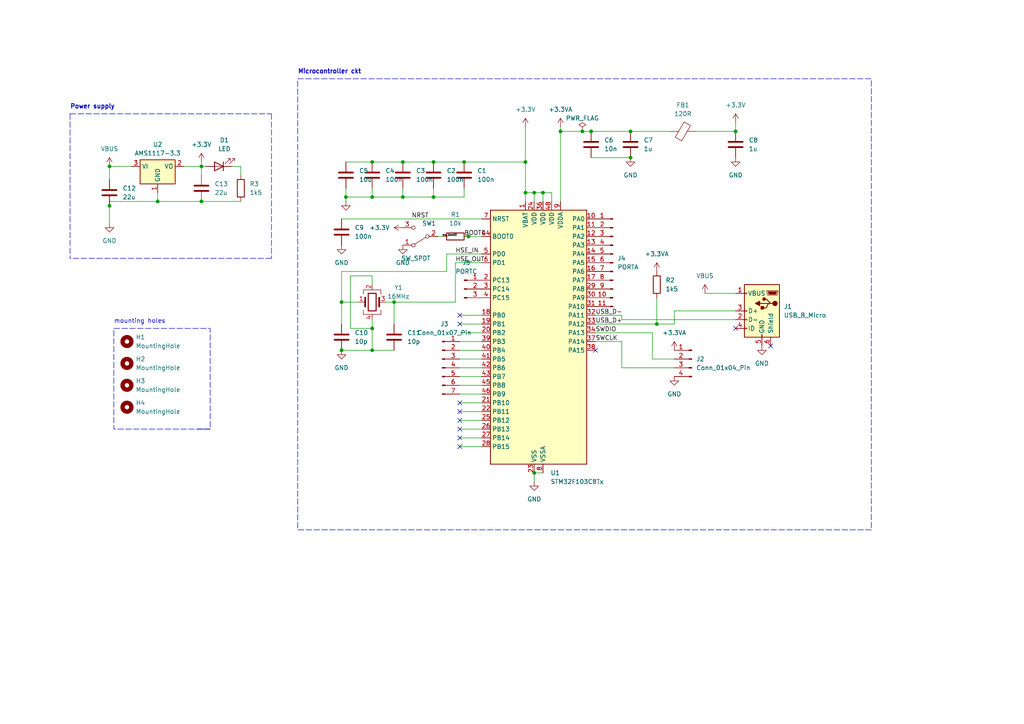
<source format=kicad_sch>
(kicad_sch (version 20230121) (generator eeschema)

  (uuid a77bf346-8553-442f-b181-03e3aefd2b2d)

  (paper "A4")

  (title_block
    (title "stm32f103c8t6 devboard")
    (date "2025-03-17")
    (company "Keshav 23/ec/207")
  )

  (lib_symbols
    (symbol "Connector:Conn_01x03_Pin" (pin_names (offset 1.016) hide) (in_bom yes) (on_board yes)
      (property "Reference" "J" (at 0 5.08 0)
        (effects (font (size 1.27 1.27)))
      )
      (property "Value" "Conn_01x03_Pin" (at 0 -5.08 0)
        (effects (font (size 1.27 1.27)))
      )
      (property "Footprint" "" (at 0 0 0)
        (effects (font (size 1.27 1.27)) hide)
      )
      (property "Datasheet" "~" (at 0 0 0)
        (effects (font (size 1.27 1.27)) hide)
      )
      (property "ki_locked" "" (at 0 0 0)
        (effects (font (size 1.27 1.27)))
      )
      (property "ki_keywords" "connector" (at 0 0 0)
        (effects (font (size 1.27 1.27)) hide)
      )
      (property "ki_description" "Generic connector, single row, 01x03, script generated" (at 0 0 0)
        (effects (font (size 1.27 1.27)) hide)
      )
      (property "ki_fp_filters" "Connector*:*_1x??_*" (at 0 0 0)
        (effects (font (size 1.27 1.27)) hide)
      )
      (symbol "Conn_01x03_Pin_1_1"
        (polyline
          (pts
            (xy 1.27 -2.54)
            (xy 0.8636 -2.54)
          )
          (stroke (width 0.1524) (type default))
          (fill (type none))
        )
        (polyline
          (pts
            (xy 1.27 0)
            (xy 0.8636 0)
          )
          (stroke (width 0.1524) (type default))
          (fill (type none))
        )
        (polyline
          (pts
            (xy 1.27 2.54)
            (xy 0.8636 2.54)
          )
          (stroke (width 0.1524) (type default))
          (fill (type none))
        )
        (rectangle (start 0.8636 -2.413) (end 0 -2.667)
          (stroke (width 0.1524) (type default))
          (fill (type outline))
        )
        (rectangle (start 0.8636 0.127) (end 0 -0.127)
          (stroke (width 0.1524) (type default))
          (fill (type outline))
        )
        (rectangle (start 0.8636 2.667) (end 0 2.413)
          (stroke (width 0.1524) (type default))
          (fill (type outline))
        )
        (pin passive line (at 5.08 2.54 180) (length 3.81)
          (name "Pin_1" (effects (font (size 1.27 1.27))))
          (number "1" (effects (font (size 1.27 1.27))))
        )
        (pin passive line (at 5.08 0 180) (length 3.81)
          (name "Pin_2" (effects (font (size 1.27 1.27))))
          (number "2" (effects (font (size 1.27 1.27))))
        )
        (pin passive line (at 5.08 -2.54 180) (length 3.81)
          (name "Pin_3" (effects (font (size 1.27 1.27))))
          (number "3" (effects (font (size 1.27 1.27))))
        )
      )
    )
    (symbol "Connector:Conn_01x04_Pin" (pin_names (offset 1.016) hide) (in_bom yes) (on_board yes)
      (property "Reference" "J" (at 0 5.08 0)
        (effects (font (size 1.27 1.27)))
      )
      (property "Value" "Conn_01x04_Pin" (at 0 -7.62 0)
        (effects (font (size 1.27 1.27)))
      )
      (property "Footprint" "" (at 0 0 0)
        (effects (font (size 1.27 1.27)) hide)
      )
      (property "Datasheet" "~" (at 0 0 0)
        (effects (font (size 1.27 1.27)) hide)
      )
      (property "ki_locked" "" (at 0 0 0)
        (effects (font (size 1.27 1.27)))
      )
      (property "ki_keywords" "connector" (at 0 0 0)
        (effects (font (size 1.27 1.27)) hide)
      )
      (property "ki_description" "Generic connector, single row, 01x04, script generated" (at 0 0 0)
        (effects (font (size 1.27 1.27)) hide)
      )
      (property "ki_fp_filters" "Connector*:*_1x??_*" (at 0 0 0)
        (effects (font (size 1.27 1.27)) hide)
      )
      (symbol "Conn_01x04_Pin_1_1"
        (polyline
          (pts
            (xy 1.27 -5.08)
            (xy 0.8636 -5.08)
          )
          (stroke (width 0.1524) (type default))
          (fill (type none))
        )
        (polyline
          (pts
            (xy 1.27 -2.54)
            (xy 0.8636 -2.54)
          )
          (stroke (width 0.1524) (type default))
          (fill (type none))
        )
        (polyline
          (pts
            (xy 1.27 0)
            (xy 0.8636 0)
          )
          (stroke (width 0.1524) (type default))
          (fill (type none))
        )
        (polyline
          (pts
            (xy 1.27 2.54)
            (xy 0.8636 2.54)
          )
          (stroke (width 0.1524) (type default))
          (fill (type none))
        )
        (rectangle (start 0.8636 -4.953) (end 0 -5.207)
          (stroke (width 0.1524) (type default))
          (fill (type outline))
        )
        (rectangle (start 0.8636 -2.413) (end 0 -2.667)
          (stroke (width 0.1524) (type default))
          (fill (type outline))
        )
        (rectangle (start 0.8636 0.127) (end 0 -0.127)
          (stroke (width 0.1524) (type default))
          (fill (type outline))
        )
        (rectangle (start 0.8636 2.667) (end 0 2.413)
          (stroke (width 0.1524) (type default))
          (fill (type outline))
        )
        (pin passive line (at 5.08 2.54 180) (length 3.81)
          (name "Pin_1" (effects (font (size 1.27 1.27))))
          (number "1" (effects (font (size 1.27 1.27))))
        )
        (pin passive line (at 5.08 0 180) (length 3.81)
          (name "Pin_2" (effects (font (size 1.27 1.27))))
          (number "2" (effects (font (size 1.27 1.27))))
        )
        (pin passive line (at 5.08 -2.54 180) (length 3.81)
          (name "Pin_3" (effects (font (size 1.27 1.27))))
          (number "3" (effects (font (size 1.27 1.27))))
        )
        (pin passive line (at 5.08 -5.08 180) (length 3.81)
          (name "Pin_4" (effects (font (size 1.27 1.27))))
          (number "4" (effects (font (size 1.27 1.27))))
        )
      )
    )
    (symbol "Connector:Conn_01x07_Pin" (pin_names (offset 1.016) hide) (in_bom yes) (on_board yes)
      (property "Reference" "J" (at 0 10.16 0)
        (effects (font (size 1.27 1.27)))
      )
      (property "Value" "Conn_01x07_Pin" (at 0 -10.16 0)
        (effects (font (size 1.27 1.27)))
      )
      (property "Footprint" "" (at 0 0 0)
        (effects (font (size 1.27 1.27)) hide)
      )
      (property "Datasheet" "~" (at 0 0 0)
        (effects (font (size 1.27 1.27)) hide)
      )
      (property "ki_locked" "" (at 0 0 0)
        (effects (font (size 1.27 1.27)))
      )
      (property "ki_keywords" "connector" (at 0 0 0)
        (effects (font (size 1.27 1.27)) hide)
      )
      (property "ki_description" "Generic connector, single row, 01x07, script generated" (at 0 0 0)
        (effects (font (size 1.27 1.27)) hide)
      )
      (property "ki_fp_filters" "Connector*:*_1x??_*" (at 0 0 0)
        (effects (font (size 1.27 1.27)) hide)
      )
      (symbol "Conn_01x07_Pin_1_1"
        (polyline
          (pts
            (xy 1.27 -7.62)
            (xy 0.8636 -7.62)
          )
          (stroke (width 0.1524) (type default))
          (fill (type none))
        )
        (polyline
          (pts
            (xy 1.27 -5.08)
            (xy 0.8636 -5.08)
          )
          (stroke (width 0.1524) (type default))
          (fill (type none))
        )
        (polyline
          (pts
            (xy 1.27 -2.54)
            (xy 0.8636 -2.54)
          )
          (stroke (width 0.1524) (type default))
          (fill (type none))
        )
        (polyline
          (pts
            (xy 1.27 0)
            (xy 0.8636 0)
          )
          (stroke (width 0.1524) (type default))
          (fill (type none))
        )
        (polyline
          (pts
            (xy 1.27 2.54)
            (xy 0.8636 2.54)
          )
          (stroke (width 0.1524) (type default))
          (fill (type none))
        )
        (polyline
          (pts
            (xy 1.27 5.08)
            (xy 0.8636 5.08)
          )
          (stroke (width 0.1524) (type default))
          (fill (type none))
        )
        (polyline
          (pts
            (xy 1.27 7.62)
            (xy 0.8636 7.62)
          )
          (stroke (width 0.1524) (type default))
          (fill (type none))
        )
        (rectangle (start 0.8636 -7.493) (end 0 -7.747)
          (stroke (width 0.1524) (type default))
          (fill (type outline))
        )
        (rectangle (start 0.8636 -4.953) (end 0 -5.207)
          (stroke (width 0.1524) (type default))
          (fill (type outline))
        )
        (rectangle (start 0.8636 -2.413) (end 0 -2.667)
          (stroke (width 0.1524) (type default))
          (fill (type outline))
        )
        (rectangle (start 0.8636 0.127) (end 0 -0.127)
          (stroke (width 0.1524) (type default))
          (fill (type outline))
        )
        (rectangle (start 0.8636 2.667) (end 0 2.413)
          (stroke (width 0.1524) (type default))
          (fill (type outline))
        )
        (rectangle (start 0.8636 5.207) (end 0 4.953)
          (stroke (width 0.1524) (type default))
          (fill (type outline))
        )
        (rectangle (start 0.8636 7.747) (end 0 7.493)
          (stroke (width 0.1524) (type default))
          (fill (type outline))
        )
        (pin passive line (at 5.08 7.62 180) (length 3.81)
          (name "Pin_1" (effects (font (size 1.27 1.27))))
          (number "1" (effects (font (size 1.27 1.27))))
        )
        (pin passive line (at 5.08 5.08 180) (length 3.81)
          (name "Pin_2" (effects (font (size 1.27 1.27))))
          (number "2" (effects (font (size 1.27 1.27))))
        )
        (pin passive line (at 5.08 2.54 180) (length 3.81)
          (name "Pin_3" (effects (font (size 1.27 1.27))))
          (number "3" (effects (font (size 1.27 1.27))))
        )
        (pin passive line (at 5.08 0 180) (length 3.81)
          (name "Pin_4" (effects (font (size 1.27 1.27))))
          (number "4" (effects (font (size 1.27 1.27))))
        )
        (pin passive line (at 5.08 -2.54 180) (length 3.81)
          (name "Pin_5" (effects (font (size 1.27 1.27))))
          (number "5" (effects (font (size 1.27 1.27))))
        )
        (pin passive line (at 5.08 -5.08 180) (length 3.81)
          (name "Pin_6" (effects (font (size 1.27 1.27))))
          (number "6" (effects (font (size 1.27 1.27))))
        )
        (pin passive line (at 5.08 -7.62 180) (length 3.81)
          (name "Pin_7" (effects (font (size 1.27 1.27))))
          (number "7" (effects (font (size 1.27 1.27))))
        )
      )
    )
    (symbol "Connector:Conn_01x11_Pin" (pin_names (offset 1.016) hide) (in_bom yes) (on_board yes)
      (property "Reference" "J" (at 0 15.24 0)
        (effects (font (size 1.27 1.27)))
      )
      (property "Value" "Conn_01x11_Pin" (at 0 -15.24 0)
        (effects (font (size 1.27 1.27)))
      )
      (property "Footprint" "" (at 0 0 0)
        (effects (font (size 1.27 1.27)) hide)
      )
      (property "Datasheet" "~" (at 0 0 0)
        (effects (font (size 1.27 1.27)) hide)
      )
      (property "ki_locked" "" (at 0 0 0)
        (effects (font (size 1.27 1.27)))
      )
      (property "ki_keywords" "connector" (at 0 0 0)
        (effects (font (size 1.27 1.27)) hide)
      )
      (property "ki_description" "Generic connector, single row, 01x11, script generated" (at 0 0 0)
        (effects (font (size 1.27 1.27)) hide)
      )
      (property "ki_fp_filters" "Connector*:*_1x??_*" (at 0 0 0)
        (effects (font (size 1.27 1.27)) hide)
      )
      (symbol "Conn_01x11_Pin_1_1"
        (polyline
          (pts
            (xy 1.27 -12.7)
            (xy 0.8636 -12.7)
          )
          (stroke (width 0.1524) (type default))
          (fill (type none))
        )
        (polyline
          (pts
            (xy 1.27 -10.16)
            (xy 0.8636 -10.16)
          )
          (stroke (width 0.1524) (type default))
          (fill (type none))
        )
        (polyline
          (pts
            (xy 1.27 -7.62)
            (xy 0.8636 -7.62)
          )
          (stroke (width 0.1524) (type default))
          (fill (type none))
        )
        (polyline
          (pts
            (xy 1.27 -5.08)
            (xy 0.8636 -5.08)
          )
          (stroke (width 0.1524) (type default))
          (fill (type none))
        )
        (polyline
          (pts
            (xy 1.27 -2.54)
            (xy 0.8636 -2.54)
          )
          (stroke (width 0.1524) (type default))
          (fill (type none))
        )
        (polyline
          (pts
            (xy 1.27 0)
            (xy 0.8636 0)
          )
          (stroke (width 0.1524) (type default))
          (fill (type none))
        )
        (polyline
          (pts
            (xy 1.27 2.54)
            (xy 0.8636 2.54)
          )
          (stroke (width 0.1524) (type default))
          (fill (type none))
        )
        (polyline
          (pts
            (xy 1.27 5.08)
            (xy 0.8636 5.08)
          )
          (stroke (width 0.1524) (type default))
          (fill (type none))
        )
        (polyline
          (pts
            (xy 1.27 7.62)
            (xy 0.8636 7.62)
          )
          (stroke (width 0.1524) (type default))
          (fill (type none))
        )
        (polyline
          (pts
            (xy 1.27 10.16)
            (xy 0.8636 10.16)
          )
          (stroke (width 0.1524) (type default))
          (fill (type none))
        )
        (polyline
          (pts
            (xy 1.27 12.7)
            (xy 0.8636 12.7)
          )
          (stroke (width 0.1524) (type default))
          (fill (type none))
        )
        (rectangle (start 0.8636 -12.573) (end 0 -12.827)
          (stroke (width 0.1524) (type default))
          (fill (type outline))
        )
        (rectangle (start 0.8636 -10.033) (end 0 -10.287)
          (stroke (width 0.1524) (type default))
          (fill (type outline))
        )
        (rectangle (start 0.8636 -7.493) (end 0 -7.747)
          (stroke (width 0.1524) (type default))
          (fill (type outline))
        )
        (rectangle (start 0.8636 -4.953) (end 0 -5.207)
          (stroke (width 0.1524) (type default))
          (fill (type outline))
        )
        (rectangle (start 0.8636 -2.413) (end 0 -2.667)
          (stroke (width 0.1524) (type default))
          (fill (type outline))
        )
        (rectangle (start 0.8636 0.127) (end 0 -0.127)
          (stroke (width 0.1524) (type default))
          (fill (type outline))
        )
        (rectangle (start 0.8636 2.667) (end 0 2.413)
          (stroke (width 0.1524) (type default))
          (fill (type outline))
        )
        (rectangle (start 0.8636 5.207) (end 0 4.953)
          (stroke (width 0.1524) (type default))
          (fill (type outline))
        )
        (rectangle (start 0.8636 7.747) (end 0 7.493)
          (stroke (width 0.1524) (type default))
          (fill (type outline))
        )
        (rectangle (start 0.8636 10.287) (end 0 10.033)
          (stroke (width 0.1524) (type default))
          (fill (type outline))
        )
        (rectangle (start 0.8636 12.827) (end 0 12.573)
          (stroke (width 0.1524) (type default))
          (fill (type outline))
        )
        (pin passive line (at 5.08 12.7 180) (length 3.81)
          (name "Pin_1" (effects (font (size 1.27 1.27))))
          (number "1" (effects (font (size 1.27 1.27))))
        )
        (pin passive line (at 5.08 -10.16 180) (length 3.81)
          (name "Pin_10" (effects (font (size 1.27 1.27))))
          (number "10" (effects (font (size 1.27 1.27))))
        )
        (pin passive line (at 5.08 -12.7 180) (length 3.81)
          (name "Pin_11" (effects (font (size 1.27 1.27))))
          (number "11" (effects (font (size 1.27 1.27))))
        )
        (pin passive line (at 5.08 10.16 180) (length 3.81)
          (name "Pin_2" (effects (font (size 1.27 1.27))))
          (number "2" (effects (font (size 1.27 1.27))))
        )
        (pin passive line (at 5.08 7.62 180) (length 3.81)
          (name "Pin_3" (effects (font (size 1.27 1.27))))
          (number "3" (effects (font (size 1.27 1.27))))
        )
        (pin passive line (at 5.08 5.08 180) (length 3.81)
          (name "Pin_4" (effects (font (size 1.27 1.27))))
          (number "4" (effects (font (size 1.27 1.27))))
        )
        (pin passive line (at 5.08 2.54 180) (length 3.81)
          (name "Pin_5" (effects (font (size 1.27 1.27))))
          (number "5" (effects (font (size 1.27 1.27))))
        )
        (pin passive line (at 5.08 0 180) (length 3.81)
          (name "Pin_6" (effects (font (size 1.27 1.27))))
          (number "6" (effects (font (size 1.27 1.27))))
        )
        (pin passive line (at 5.08 -2.54 180) (length 3.81)
          (name "Pin_7" (effects (font (size 1.27 1.27))))
          (number "7" (effects (font (size 1.27 1.27))))
        )
        (pin passive line (at 5.08 -5.08 180) (length 3.81)
          (name "Pin_8" (effects (font (size 1.27 1.27))))
          (number "8" (effects (font (size 1.27 1.27))))
        )
        (pin passive line (at 5.08 -7.62 180) (length 3.81)
          (name "Pin_9" (effects (font (size 1.27 1.27))))
          (number "9" (effects (font (size 1.27 1.27))))
        )
      )
    )
    (symbol "Connector:USB_B_Micro" (pin_names (offset 1.016)) (in_bom yes) (on_board yes)
      (property "Reference" "J" (at -5.08 11.43 0)
        (effects (font (size 1.27 1.27)) (justify left))
      )
      (property "Value" "USB_B_Micro" (at -5.08 8.89 0)
        (effects (font (size 1.27 1.27)) (justify left))
      )
      (property "Footprint" "" (at 3.81 -1.27 0)
        (effects (font (size 1.27 1.27)) hide)
      )
      (property "Datasheet" "~" (at 3.81 -1.27 0)
        (effects (font (size 1.27 1.27)) hide)
      )
      (property "ki_keywords" "connector USB micro" (at 0 0 0)
        (effects (font (size 1.27 1.27)) hide)
      )
      (property "ki_description" "USB Micro Type B connector" (at 0 0 0)
        (effects (font (size 1.27 1.27)) hide)
      )
      (property "ki_fp_filters" "USB*" (at 0 0 0)
        (effects (font (size 1.27 1.27)) hide)
      )
      (symbol "USB_B_Micro_0_1"
        (rectangle (start -5.08 -7.62) (end 5.08 7.62)
          (stroke (width 0.254) (type default))
          (fill (type background))
        )
        (circle (center -3.81 2.159) (radius 0.635)
          (stroke (width 0.254) (type default))
          (fill (type outline))
        )
        (circle (center -0.635 3.429) (radius 0.381)
          (stroke (width 0.254) (type default))
          (fill (type outline))
        )
        (rectangle (start -0.127 -7.62) (end 0.127 -6.858)
          (stroke (width 0) (type default))
          (fill (type none))
        )
        (polyline
          (pts
            (xy -1.905 2.159)
            (xy 0.635 2.159)
          )
          (stroke (width 0.254) (type default))
          (fill (type none))
        )
        (polyline
          (pts
            (xy -3.175 2.159)
            (xy -2.54 2.159)
            (xy -1.27 3.429)
            (xy -0.635 3.429)
          )
          (stroke (width 0.254) (type default))
          (fill (type none))
        )
        (polyline
          (pts
            (xy -2.54 2.159)
            (xy -1.905 2.159)
            (xy -1.27 0.889)
            (xy 0 0.889)
          )
          (stroke (width 0.254) (type default))
          (fill (type none))
        )
        (polyline
          (pts
            (xy 0.635 2.794)
            (xy 0.635 1.524)
            (xy 1.905 2.159)
            (xy 0.635 2.794)
          )
          (stroke (width 0.254) (type default))
          (fill (type outline))
        )
        (polyline
          (pts
            (xy -4.318 5.588)
            (xy -1.778 5.588)
            (xy -2.032 4.826)
            (xy -4.064 4.826)
            (xy -4.318 5.588)
          )
          (stroke (width 0) (type default))
          (fill (type outline))
        )
        (polyline
          (pts
            (xy -4.699 5.842)
            (xy -4.699 5.588)
            (xy -4.445 4.826)
            (xy -4.445 4.572)
            (xy -1.651 4.572)
            (xy -1.651 4.826)
            (xy -1.397 5.588)
            (xy -1.397 5.842)
            (xy -4.699 5.842)
          )
          (stroke (width 0) (type default))
          (fill (type none))
        )
        (rectangle (start 0.254 1.27) (end -0.508 0.508)
          (stroke (width 0.254) (type default))
          (fill (type outline))
        )
        (rectangle (start 5.08 -5.207) (end 4.318 -4.953)
          (stroke (width 0) (type default))
          (fill (type none))
        )
        (rectangle (start 5.08 -2.667) (end 4.318 -2.413)
          (stroke (width 0) (type default))
          (fill (type none))
        )
        (rectangle (start 5.08 -0.127) (end 4.318 0.127)
          (stroke (width 0) (type default))
          (fill (type none))
        )
        (rectangle (start 5.08 4.953) (end 4.318 5.207)
          (stroke (width 0) (type default))
          (fill (type none))
        )
      )
      (symbol "USB_B_Micro_1_1"
        (pin power_out line (at 7.62 5.08 180) (length 2.54)
          (name "VBUS" (effects (font (size 1.27 1.27))))
          (number "1" (effects (font (size 1.27 1.27))))
        )
        (pin bidirectional line (at 7.62 -2.54 180) (length 2.54)
          (name "D-" (effects (font (size 1.27 1.27))))
          (number "2" (effects (font (size 1.27 1.27))))
        )
        (pin bidirectional line (at 7.62 0 180) (length 2.54)
          (name "D+" (effects (font (size 1.27 1.27))))
          (number "3" (effects (font (size 1.27 1.27))))
        )
        (pin passive line (at 7.62 -5.08 180) (length 2.54)
          (name "ID" (effects (font (size 1.27 1.27))))
          (number "4" (effects (font (size 1.27 1.27))))
        )
        (pin power_out line (at 0 -10.16 90) (length 2.54)
          (name "GND" (effects (font (size 1.27 1.27))))
          (number "5" (effects (font (size 1.27 1.27))))
        )
        (pin passive line (at -2.54 -10.16 90) (length 2.54)
          (name "Shield" (effects (font (size 1.27 1.27))))
          (number "6" (effects (font (size 1.27 1.27))))
        )
      )
    )
    (symbol "Device:C" (pin_numbers hide) (pin_names (offset 0.254)) (in_bom yes) (on_board yes)
      (property "Reference" "C" (at 0.635 2.54 0)
        (effects (font (size 1.27 1.27)) (justify left))
      )
      (property "Value" "C" (at 0.635 -2.54 0)
        (effects (font (size 1.27 1.27)) (justify left))
      )
      (property "Footprint" "" (at 0.9652 -3.81 0)
        (effects (font (size 1.27 1.27)) hide)
      )
      (property "Datasheet" "~" (at 0 0 0)
        (effects (font (size 1.27 1.27)) hide)
      )
      (property "ki_keywords" "cap capacitor" (at 0 0 0)
        (effects (font (size 1.27 1.27)) hide)
      )
      (property "ki_description" "Unpolarized capacitor" (at 0 0 0)
        (effects (font (size 1.27 1.27)) hide)
      )
      (property "ki_fp_filters" "C_*" (at 0 0 0)
        (effects (font (size 1.27 1.27)) hide)
      )
      (symbol "C_0_1"
        (polyline
          (pts
            (xy -2.032 -0.762)
            (xy 2.032 -0.762)
          )
          (stroke (width 0.508) (type default))
          (fill (type none))
        )
        (polyline
          (pts
            (xy -2.032 0.762)
            (xy 2.032 0.762)
          )
          (stroke (width 0.508) (type default))
          (fill (type none))
        )
      )
      (symbol "C_1_1"
        (pin passive line (at 0 3.81 270) (length 2.794)
          (name "~" (effects (font (size 1.27 1.27))))
          (number "1" (effects (font (size 1.27 1.27))))
        )
        (pin passive line (at 0 -3.81 90) (length 2.794)
          (name "~" (effects (font (size 1.27 1.27))))
          (number "2" (effects (font (size 1.27 1.27))))
        )
      )
    )
    (symbol "Device:Crystal_GND24" (pin_names (offset 1.016) hide) (in_bom yes) (on_board yes)
      (property "Reference" "Y" (at 3.175 5.08 0)
        (effects (font (size 1.27 1.27)) (justify left))
      )
      (property "Value" "Crystal_GND24" (at 3.175 3.175 0)
        (effects (font (size 1.27 1.27)) (justify left))
      )
      (property "Footprint" "" (at 0 0 0)
        (effects (font (size 1.27 1.27)) hide)
      )
      (property "Datasheet" "~" (at 0 0 0)
        (effects (font (size 1.27 1.27)) hide)
      )
      (property "ki_keywords" "quartz ceramic resonator oscillator" (at 0 0 0)
        (effects (font (size 1.27 1.27)) hide)
      )
      (property "ki_description" "Four pin crystal, GND on pins 2 and 4" (at 0 0 0)
        (effects (font (size 1.27 1.27)) hide)
      )
      (property "ki_fp_filters" "Crystal*" (at 0 0 0)
        (effects (font (size 1.27 1.27)) hide)
      )
      (symbol "Crystal_GND24_0_1"
        (rectangle (start -1.143 2.54) (end 1.143 -2.54)
          (stroke (width 0.3048) (type default))
          (fill (type none))
        )
        (polyline
          (pts
            (xy -2.54 0)
            (xy -2.032 0)
          )
          (stroke (width 0) (type default))
          (fill (type none))
        )
        (polyline
          (pts
            (xy -2.032 -1.27)
            (xy -2.032 1.27)
          )
          (stroke (width 0.508) (type default))
          (fill (type none))
        )
        (polyline
          (pts
            (xy 0 -3.81)
            (xy 0 -3.556)
          )
          (stroke (width 0) (type default))
          (fill (type none))
        )
        (polyline
          (pts
            (xy 0 3.556)
            (xy 0 3.81)
          )
          (stroke (width 0) (type default))
          (fill (type none))
        )
        (polyline
          (pts
            (xy 2.032 -1.27)
            (xy 2.032 1.27)
          )
          (stroke (width 0.508) (type default))
          (fill (type none))
        )
        (polyline
          (pts
            (xy 2.032 0)
            (xy 2.54 0)
          )
          (stroke (width 0) (type default))
          (fill (type none))
        )
        (polyline
          (pts
            (xy -2.54 -2.286)
            (xy -2.54 -3.556)
            (xy 2.54 -3.556)
            (xy 2.54 -2.286)
          )
          (stroke (width 0) (type default))
          (fill (type none))
        )
        (polyline
          (pts
            (xy -2.54 2.286)
            (xy -2.54 3.556)
            (xy 2.54 3.556)
            (xy 2.54 2.286)
          )
          (stroke (width 0) (type default))
          (fill (type none))
        )
      )
      (symbol "Crystal_GND24_1_1"
        (pin passive line (at -3.81 0 0) (length 1.27)
          (name "1" (effects (font (size 1.27 1.27))))
          (number "1" (effects (font (size 1.27 1.27))))
        )
        (pin passive line (at 0 5.08 270) (length 1.27)
          (name "2" (effects (font (size 1.27 1.27))))
          (number "2" (effects (font (size 1.27 1.27))))
        )
        (pin passive line (at 3.81 0 180) (length 1.27)
          (name "3" (effects (font (size 1.27 1.27))))
          (number "3" (effects (font (size 1.27 1.27))))
        )
        (pin passive line (at 0 -5.08 90) (length 1.27)
          (name "4" (effects (font (size 1.27 1.27))))
          (number "4" (effects (font (size 1.27 1.27))))
        )
      )
    )
    (symbol "Device:FerriteBead" (pin_numbers hide) (pin_names (offset 0)) (in_bom yes) (on_board yes)
      (property "Reference" "FB" (at -3.81 0.635 90)
        (effects (font (size 1.27 1.27)))
      )
      (property "Value" "FerriteBead" (at 3.81 0 90)
        (effects (font (size 1.27 1.27)))
      )
      (property "Footprint" "" (at -1.778 0 90)
        (effects (font (size 1.27 1.27)) hide)
      )
      (property "Datasheet" "~" (at 0 0 0)
        (effects (font (size 1.27 1.27)) hide)
      )
      (property "ki_keywords" "L ferrite bead inductor filter" (at 0 0 0)
        (effects (font (size 1.27 1.27)) hide)
      )
      (property "ki_description" "Ferrite bead" (at 0 0 0)
        (effects (font (size 1.27 1.27)) hide)
      )
      (property "ki_fp_filters" "Inductor_* L_* *Ferrite*" (at 0 0 0)
        (effects (font (size 1.27 1.27)) hide)
      )
      (symbol "FerriteBead_0_1"
        (polyline
          (pts
            (xy 0 -1.27)
            (xy 0 -1.2192)
          )
          (stroke (width 0) (type default))
          (fill (type none))
        )
        (polyline
          (pts
            (xy 0 1.27)
            (xy 0 1.2954)
          )
          (stroke (width 0) (type default))
          (fill (type none))
        )
        (polyline
          (pts
            (xy -2.7686 0.4064)
            (xy -1.7018 2.2606)
            (xy 2.7686 -0.3048)
            (xy 1.6764 -2.159)
            (xy -2.7686 0.4064)
          )
          (stroke (width 0) (type default))
          (fill (type none))
        )
      )
      (symbol "FerriteBead_1_1"
        (pin passive line (at 0 3.81 270) (length 2.54)
          (name "~" (effects (font (size 1.27 1.27))))
          (number "1" (effects (font (size 1.27 1.27))))
        )
        (pin passive line (at 0 -3.81 90) (length 2.54)
          (name "~" (effects (font (size 1.27 1.27))))
          (number "2" (effects (font (size 1.27 1.27))))
        )
      )
    )
    (symbol "Device:LED" (pin_numbers hide) (pin_names (offset 1.016) hide) (in_bom yes) (on_board yes)
      (property "Reference" "D" (at 0 2.54 0)
        (effects (font (size 1.27 1.27)))
      )
      (property "Value" "LED" (at 0 -2.54 0)
        (effects (font (size 1.27 1.27)))
      )
      (property "Footprint" "" (at 0 0 0)
        (effects (font (size 1.27 1.27)) hide)
      )
      (property "Datasheet" "~" (at 0 0 0)
        (effects (font (size 1.27 1.27)) hide)
      )
      (property "ki_keywords" "LED diode" (at 0 0 0)
        (effects (font (size 1.27 1.27)) hide)
      )
      (property "ki_description" "Light emitting diode" (at 0 0 0)
        (effects (font (size 1.27 1.27)) hide)
      )
      (property "ki_fp_filters" "LED* LED_SMD:* LED_THT:*" (at 0 0 0)
        (effects (font (size 1.27 1.27)) hide)
      )
      (symbol "LED_0_1"
        (polyline
          (pts
            (xy -1.27 -1.27)
            (xy -1.27 1.27)
          )
          (stroke (width 0.254) (type default))
          (fill (type none))
        )
        (polyline
          (pts
            (xy -1.27 0)
            (xy 1.27 0)
          )
          (stroke (width 0) (type default))
          (fill (type none))
        )
        (polyline
          (pts
            (xy 1.27 -1.27)
            (xy 1.27 1.27)
            (xy -1.27 0)
            (xy 1.27 -1.27)
          )
          (stroke (width 0.254) (type default))
          (fill (type none))
        )
        (polyline
          (pts
            (xy -3.048 -0.762)
            (xy -4.572 -2.286)
            (xy -3.81 -2.286)
            (xy -4.572 -2.286)
            (xy -4.572 -1.524)
          )
          (stroke (width 0) (type default))
          (fill (type none))
        )
        (polyline
          (pts
            (xy -1.778 -0.762)
            (xy -3.302 -2.286)
            (xy -2.54 -2.286)
            (xy -3.302 -2.286)
            (xy -3.302 -1.524)
          )
          (stroke (width 0) (type default))
          (fill (type none))
        )
      )
      (symbol "LED_1_1"
        (pin passive line (at -3.81 0 0) (length 2.54)
          (name "K" (effects (font (size 1.27 1.27))))
          (number "1" (effects (font (size 1.27 1.27))))
        )
        (pin passive line (at 3.81 0 180) (length 2.54)
          (name "A" (effects (font (size 1.27 1.27))))
          (number "2" (effects (font (size 1.27 1.27))))
        )
      )
    )
    (symbol "Device:R" (pin_numbers hide) (pin_names (offset 0)) (in_bom yes) (on_board yes)
      (property "Reference" "R" (at 2.032 0 90)
        (effects (font (size 1.27 1.27)))
      )
      (property "Value" "R" (at 0 0 90)
        (effects (font (size 1.27 1.27)))
      )
      (property "Footprint" "" (at -1.778 0 90)
        (effects (font (size 1.27 1.27)) hide)
      )
      (property "Datasheet" "~" (at 0 0 0)
        (effects (font (size 1.27 1.27)) hide)
      )
      (property "ki_keywords" "R res resistor" (at 0 0 0)
        (effects (font (size 1.27 1.27)) hide)
      )
      (property "ki_description" "Resistor" (at 0 0 0)
        (effects (font (size 1.27 1.27)) hide)
      )
      (property "ki_fp_filters" "R_*" (at 0 0 0)
        (effects (font (size 1.27 1.27)) hide)
      )
      (symbol "R_0_1"
        (rectangle (start -1.016 -2.54) (end 1.016 2.54)
          (stroke (width 0.254) (type default))
          (fill (type none))
        )
      )
      (symbol "R_1_1"
        (pin passive line (at 0 3.81 270) (length 1.27)
          (name "~" (effects (font (size 1.27 1.27))))
          (number "1" (effects (font (size 1.27 1.27))))
        )
        (pin passive line (at 0 -3.81 90) (length 1.27)
          (name "~" (effects (font (size 1.27 1.27))))
          (number "2" (effects (font (size 1.27 1.27))))
        )
      )
    )
    (symbol "MCU_ST_STM32F1:STM32F103C8Tx" (in_bom yes) (on_board yes)
      (property "Reference" "U" (at -12.7 39.37 0)
        (effects (font (size 1.27 1.27)) (justify left))
      )
      (property "Value" "STM32F103C8Tx" (at 10.16 39.37 0)
        (effects (font (size 1.27 1.27)) (justify left))
      )
      (property "Footprint" "Package_QFP:LQFP-48_7x7mm_P0.5mm" (at -12.7 -35.56 0)
        (effects (font (size 1.27 1.27)) (justify right) hide)
      )
      (property "Datasheet" "https://www.st.com/resource/en/datasheet/stm32f103c8.pdf" (at 0 0 0)
        (effects (font (size 1.27 1.27)) hide)
      )
      (property "ki_locked" "" (at 0 0 0)
        (effects (font (size 1.27 1.27)))
      )
      (property "ki_keywords" "Arm Cortex-M3 STM32F1 STM32F103" (at 0 0 0)
        (effects (font (size 1.27 1.27)) hide)
      )
      (property "ki_description" "STMicroelectronics Arm Cortex-M3 MCU, 64KB flash, 20KB RAM, 72 MHz, 2.0-3.6V, 37 GPIO, LQFP48" (at 0 0 0)
        (effects (font (size 1.27 1.27)) hide)
      )
      (property "ki_fp_filters" "LQFP*7x7mm*P0.5mm*" (at 0 0 0)
        (effects (font (size 1.27 1.27)) hide)
      )
      (symbol "STM32F103C8Tx_0_1"
        (rectangle (start -12.7 -35.56) (end 15.24 38.1)
          (stroke (width 0.254) (type default))
          (fill (type background))
        )
      )
      (symbol "STM32F103C8Tx_1_1"
        (pin power_in line (at -2.54 40.64 270) (length 2.54)
          (name "VBAT" (effects (font (size 1.27 1.27))))
          (number "1" (effects (font (size 1.27 1.27))))
        )
        (pin bidirectional line (at 17.78 35.56 180) (length 2.54)
          (name "PA0" (effects (font (size 1.27 1.27))))
          (number "10" (effects (font (size 1.27 1.27))))
          (alternate "ADC1_IN0" bidirectional line)
          (alternate "ADC2_IN0" bidirectional line)
          (alternate "SYS_WKUP" bidirectional line)
          (alternate "TIM2_CH1" bidirectional line)
          (alternate "TIM2_ETR" bidirectional line)
          (alternate "USART2_CTS" bidirectional line)
        )
        (pin bidirectional line (at 17.78 33.02 180) (length 2.54)
          (name "PA1" (effects (font (size 1.27 1.27))))
          (number "11" (effects (font (size 1.27 1.27))))
          (alternate "ADC1_IN1" bidirectional line)
          (alternate "ADC2_IN1" bidirectional line)
          (alternate "TIM2_CH2" bidirectional line)
          (alternate "USART2_RTS" bidirectional line)
        )
        (pin bidirectional line (at 17.78 30.48 180) (length 2.54)
          (name "PA2" (effects (font (size 1.27 1.27))))
          (number "12" (effects (font (size 1.27 1.27))))
          (alternate "ADC1_IN2" bidirectional line)
          (alternate "ADC2_IN2" bidirectional line)
          (alternate "TIM2_CH3" bidirectional line)
          (alternate "USART2_TX" bidirectional line)
        )
        (pin bidirectional line (at 17.78 27.94 180) (length 2.54)
          (name "PA3" (effects (font (size 1.27 1.27))))
          (number "13" (effects (font (size 1.27 1.27))))
          (alternate "ADC1_IN3" bidirectional line)
          (alternate "ADC2_IN3" bidirectional line)
          (alternate "TIM2_CH4" bidirectional line)
          (alternate "USART2_RX" bidirectional line)
        )
        (pin bidirectional line (at 17.78 25.4 180) (length 2.54)
          (name "PA4" (effects (font (size 1.27 1.27))))
          (number "14" (effects (font (size 1.27 1.27))))
          (alternate "ADC1_IN4" bidirectional line)
          (alternate "ADC2_IN4" bidirectional line)
          (alternate "SPI1_NSS" bidirectional line)
          (alternate "USART2_CK" bidirectional line)
        )
        (pin bidirectional line (at 17.78 22.86 180) (length 2.54)
          (name "PA5" (effects (font (size 1.27 1.27))))
          (number "15" (effects (font (size 1.27 1.27))))
          (alternate "ADC1_IN5" bidirectional line)
          (alternate "ADC2_IN5" bidirectional line)
          (alternate "SPI1_SCK" bidirectional line)
        )
        (pin bidirectional line (at 17.78 20.32 180) (length 2.54)
          (name "PA6" (effects (font (size 1.27 1.27))))
          (number "16" (effects (font (size 1.27 1.27))))
          (alternate "ADC1_IN6" bidirectional line)
          (alternate "ADC2_IN6" bidirectional line)
          (alternate "SPI1_MISO" bidirectional line)
          (alternate "TIM1_BKIN" bidirectional line)
          (alternate "TIM3_CH1" bidirectional line)
        )
        (pin bidirectional line (at 17.78 17.78 180) (length 2.54)
          (name "PA7" (effects (font (size 1.27 1.27))))
          (number "17" (effects (font (size 1.27 1.27))))
          (alternate "ADC1_IN7" bidirectional line)
          (alternate "ADC2_IN7" bidirectional line)
          (alternate "SPI1_MOSI" bidirectional line)
          (alternate "TIM1_CH1N" bidirectional line)
          (alternate "TIM3_CH2" bidirectional line)
        )
        (pin bidirectional line (at -15.24 7.62 0) (length 2.54)
          (name "PB0" (effects (font (size 1.27 1.27))))
          (number "18" (effects (font (size 1.27 1.27))))
          (alternate "ADC1_IN8" bidirectional line)
          (alternate "ADC2_IN8" bidirectional line)
          (alternate "TIM1_CH2N" bidirectional line)
          (alternate "TIM3_CH3" bidirectional line)
        )
        (pin bidirectional line (at -15.24 5.08 0) (length 2.54)
          (name "PB1" (effects (font (size 1.27 1.27))))
          (number "19" (effects (font (size 1.27 1.27))))
          (alternate "ADC1_IN9" bidirectional line)
          (alternate "ADC2_IN9" bidirectional line)
          (alternate "TIM1_CH3N" bidirectional line)
          (alternate "TIM3_CH4" bidirectional line)
        )
        (pin bidirectional line (at -15.24 17.78 0) (length 2.54)
          (name "PC13" (effects (font (size 1.27 1.27))))
          (number "2" (effects (font (size 1.27 1.27))))
          (alternate "RTC_OUT" bidirectional line)
          (alternate "RTC_TAMPER" bidirectional line)
        )
        (pin bidirectional line (at -15.24 2.54 0) (length 2.54)
          (name "PB2" (effects (font (size 1.27 1.27))))
          (number "20" (effects (font (size 1.27 1.27))))
        )
        (pin bidirectional line (at -15.24 -17.78 0) (length 2.54)
          (name "PB10" (effects (font (size 1.27 1.27))))
          (number "21" (effects (font (size 1.27 1.27))))
          (alternate "I2C2_SCL" bidirectional line)
          (alternate "TIM2_CH3" bidirectional line)
          (alternate "USART3_TX" bidirectional line)
        )
        (pin bidirectional line (at -15.24 -20.32 0) (length 2.54)
          (name "PB11" (effects (font (size 1.27 1.27))))
          (number "22" (effects (font (size 1.27 1.27))))
          (alternate "ADC1_EXTI11" bidirectional line)
          (alternate "ADC2_EXTI11" bidirectional line)
          (alternate "I2C2_SDA" bidirectional line)
          (alternate "TIM2_CH4" bidirectional line)
          (alternate "USART3_RX" bidirectional line)
        )
        (pin power_in line (at 0 -38.1 90) (length 2.54)
          (name "VSS" (effects (font (size 1.27 1.27))))
          (number "23" (effects (font (size 1.27 1.27))))
        )
        (pin power_in line (at 0 40.64 270) (length 2.54)
          (name "VDD" (effects (font (size 1.27 1.27))))
          (number "24" (effects (font (size 1.27 1.27))))
        )
        (pin bidirectional line (at -15.24 -22.86 0) (length 2.54)
          (name "PB12" (effects (font (size 1.27 1.27))))
          (number "25" (effects (font (size 1.27 1.27))))
          (alternate "I2C2_SMBA" bidirectional line)
          (alternate "SPI2_NSS" bidirectional line)
          (alternate "TIM1_BKIN" bidirectional line)
          (alternate "USART3_CK" bidirectional line)
        )
        (pin bidirectional line (at -15.24 -25.4 0) (length 2.54)
          (name "PB13" (effects (font (size 1.27 1.27))))
          (number "26" (effects (font (size 1.27 1.27))))
          (alternate "SPI2_SCK" bidirectional line)
          (alternate "TIM1_CH1N" bidirectional line)
          (alternate "USART3_CTS" bidirectional line)
        )
        (pin bidirectional line (at -15.24 -27.94 0) (length 2.54)
          (name "PB14" (effects (font (size 1.27 1.27))))
          (number "27" (effects (font (size 1.27 1.27))))
          (alternate "SPI2_MISO" bidirectional line)
          (alternate "TIM1_CH2N" bidirectional line)
          (alternate "USART3_RTS" bidirectional line)
        )
        (pin bidirectional line (at -15.24 -30.48 0) (length 2.54)
          (name "PB15" (effects (font (size 1.27 1.27))))
          (number "28" (effects (font (size 1.27 1.27))))
          (alternate "ADC1_EXTI15" bidirectional line)
          (alternate "ADC2_EXTI15" bidirectional line)
          (alternate "SPI2_MOSI" bidirectional line)
          (alternate "TIM1_CH3N" bidirectional line)
        )
        (pin bidirectional line (at 17.78 15.24 180) (length 2.54)
          (name "PA8" (effects (font (size 1.27 1.27))))
          (number "29" (effects (font (size 1.27 1.27))))
          (alternate "RCC_MCO" bidirectional line)
          (alternate "TIM1_CH1" bidirectional line)
          (alternate "USART1_CK" bidirectional line)
        )
        (pin bidirectional line (at -15.24 15.24 0) (length 2.54)
          (name "PC14" (effects (font (size 1.27 1.27))))
          (number "3" (effects (font (size 1.27 1.27))))
          (alternate "RCC_OSC32_IN" bidirectional line)
        )
        (pin bidirectional line (at 17.78 12.7 180) (length 2.54)
          (name "PA9" (effects (font (size 1.27 1.27))))
          (number "30" (effects (font (size 1.27 1.27))))
          (alternate "TIM1_CH2" bidirectional line)
          (alternate "USART1_TX" bidirectional line)
        )
        (pin bidirectional line (at 17.78 10.16 180) (length 2.54)
          (name "PA10" (effects (font (size 1.27 1.27))))
          (number "31" (effects (font (size 1.27 1.27))))
          (alternate "TIM1_CH3" bidirectional line)
          (alternate "USART1_RX" bidirectional line)
        )
        (pin bidirectional line (at 17.78 7.62 180) (length 2.54)
          (name "PA11" (effects (font (size 1.27 1.27))))
          (number "32" (effects (font (size 1.27 1.27))))
          (alternate "ADC1_EXTI11" bidirectional line)
          (alternate "ADC2_EXTI11" bidirectional line)
          (alternate "CAN_RX" bidirectional line)
          (alternate "TIM1_CH4" bidirectional line)
          (alternate "USART1_CTS" bidirectional line)
          (alternate "USB_DM" bidirectional line)
        )
        (pin bidirectional line (at 17.78 5.08 180) (length 2.54)
          (name "PA12" (effects (font (size 1.27 1.27))))
          (number "33" (effects (font (size 1.27 1.27))))
          (alternate "CAN_TX" bidirectional line)
          (alternate "TIM1_ETR" bidirectional line)
          (alternate "USART1_RTS" bidirectional line)
          (alternate "USB_DP" bidirectional line)
        )
        (pin bidirectional line (at 17.78 2.54 180) (length 2.54)
          (name "PA13" (effects (font (size 1.27 1.27))))
          (number "34" (effects (font (size 1.27 1.27))))
          (alternate "SYS_JTMS-SWDIO" bidirectional line)
        )
        (pin passive line (at 0 -38.1 90) (length 2.54) hide
          (name "VSS" (effects (font (size 1.27 1.27))))
          (number "35" (effects (font (size 1.27 1.27))))
        )
        (pin power_in line (at 2.54 40.64 270) (length 2.54)
          (name "VDD" (effects (font (size 1.27 1.27))))
          (number "36" (effects (font (size 1.27 1.27))))
        )
        (pin bidirectional line (at 17.78 0 180) (length 2.54)
          (name "PA14" (effects (font (size 1.27 1.27))))
          (number "37" (effects (font (size 1.27 1.27))))
          (alternate "SYS_JTCK-SWCLK" bidirectional line)
        )
        (pin bidirectional line (at 17.78 -2.54 180) (length 2.54)
          (name "PA15" (effects (font (size 1.27 1.27))))
          (number "38" (effects (font (size 1.27 1.27))))
          (alternate "ADC1_EXTI15" bidirectional line)
          (alternate "ADC2_EXTI15" bidirectional line)
          (alternate "SPI1_NSS" bidirectional line)
          (alternate "SYS_JTDI" bidirectional line)
          (alternate "TIM2_CH1" bidirectional line)
          (alternate "TIM2_ETR" bidirectional line)
        )
        (pin bidirectional line (at -15.24 0 0) (length 2.54)
          (name "PB3" (effects (font (size 1.27 1.27))))
          (number "39" (effects (font (size 1.27 1.27))))
          (alternate "SPI1_SCK" bidirectional line)
          (alternate "SYS_JTDO-TRACESWO" bidirectional line)
          (alternate "TIM2_CH2" bidirectional line)
        )
        (pin bidirectional line (at -15.24 12.7 0) (length 2.54)
          (name "PC15" (effects (font (size 1.27 1.27))))
          (number "4" (effects (font (size 1.27 1.27))))
          (alternate "ADC1_EXTI15" bidirectional line)
          (alternate "ADC2_EXTI15" bidirectional line)
          (alternate "RCC_OSC32_OUT" bidirectional line)
        )
        (pin bidirectional line (at -15.24 -2.54 0) (length 2.54)
          (name "PB4" (effects (font (size 1.27 1.27))))
          (number "40" (effects (font (size 1.27 1.27))))
          (alternate "SPI1_MISO" bidirectional line)
          (alternate "SYS_NJTRST" bidirectional line)
          (alternate "TIM3_CH1" bidirectional line)
        )
        (pin bidirectional line (at -15.24 -5.08 0) (length 2.54)
          (name "PB5" (effects (font (size 1.27 1.27))))
          (number "41" (effects (font (size 1.27 1.27))))
          (alternate "I2C1_SMBA" bidirectional line)
          (alternate "SPI1_MOSI" bidirectional line)
          (alternate "TIM3_CH2" bidirectional line)
        )
        (pin bidirectional line (at -15.24 -7.62 0) (length 2.54)
          (name "PB6" (effects (font (size 1.27 1.27))))
          (number "42" (effects (font (size 1.27 1.27))))
          (alternate "I2C1_SCL" bidirectional line)
          (alternate "TIM4_CH1" bidirectional line)
          (alternate "USART1_TX" bidirectional line)
        )
        (pin bidirectional line (at -15.24 -10.16 0) (length 2.54)
          (name "PB7" (effects (font (size 1.27 1.27))))
          (number "43" (effects (font (size 1.27 1.27))))
          (alternate "I2C1_SDA" bidirectional line)
          (alternate "TIM4_CH2" bidirectional line)
          (alternate "USART1_RX" bidirectional line)
        )
        (pin input line (at -15.24 30.48 0) (length 2.54)
          (name "BOOT0" (effects (font (size 1.27 1.27))))
          (number "44" (effects (font (size 1.27 1.27))))
        )
        (pin bidirectional line (at -15.24 -12.7 0) (length 2.54)
          (name "PB8" (effects (font (size 1.27 1.27))))
          (number "45" (effects (font (size 1.27 1.27))))
          (alternate "CAN_RX" bidirectional line)
          (alternate "I2C1_SCL" bidirectional line)
          (alternate "TIM4_CH3" bidirectional line)
        )
        (pin bidirectional line (at -15.24 -15.24 0) (length 2.54)
          (name "PB9" (effects (font (size 1.27 1.27))))
          (number "46" (effects (font (size 1.27 1.27))))
          (alternate "CAN_TX" bidirectional line)
          (alternate "I2C1_SDA" bidirectional line)
          (alternate "TIM4_CH4" bidirectional line)
        )
        (pin passive line (at 0 -38.1 90) (length 2.54) hide
          (name "VSS" (effects (font (size 1.27 1.27))))
          (number "47" (effects (font (size 1.27 1.27))))
        )
        (pin power_in line (at 5.08 40.64 270) (length 2.54)
          (name "VDD" (effects (font (size 1.27 1.27))))
          (number "48" (effects (font (size 1.27 1.27))))
        )
        (pin bidirectional line (at -15.24 25.4 0) (length 2.54)
          (name "PD0" (effects (font (size 1.27 1.27))))
          (number "5" (effects (font (size 1.27 1.27))))
          (alternate "RCC_OSC_IN" bidirectional line)
        )
        (pin bidirectional line (at -15.24 22.86 0) (length 2.54)
          (name "PD1" (effects (font (size 1.27 1.27))))
          (number "6" (effects (font (size 1.27 1.27))))
          (alternate "RCC_OSC_OUT" bidirectional line)
        )
        (pin input line (at -15.24 35.56 0) (length 2.54)
          (name "NRST" (effects (font (size 1.27 1.27))))
          (number "7" (effects (font (size 1.27 1.27))))
        )
        (pin power_in line (at 2.54 -38.1 90) (length 2.54)
          (name "VSSA" (effects (font (size 1.27 1.27))))
          (number "8" (effects (font (size 1.27 1.27))))
        )
        (pin power_in line (at 7.62 40.64 270) (length 2.54)
          (name "VDDA" (effects (font (size 1.27 1.27))))
          (number "9" (effects (font (size 1.27 1.27))))
        )
      )
    )
    (symbol "Mechanical:MountingHole" (pin_names (offset 1.016)) (in_bom yes) (on_board yes)
      (property "Reference" "H" (at 0 5.08 0)
        (effects (font (size 1.27 1.27)))
      )
      (property "Value" "MountingHole" (at 0 3.175 0)
        (effects (font (size 1.27 1.27)))
      )
      (property "Footprint" "" (at 0 0 0)
        (effects (font (size 1.27 1.27)) hide)
      )
      (property "Datasheet" "~" (at 0 0 0)
        (effects (font (size 1.27 1.27)) hide)
      )
      (property "ki_keywords" "mounting hole" (at 0 0 0)
        (effects (font (size 1.27 1.27)) hide)
      )
      (property "ki_description" "Mounting Hole without connection" (at 0 0 0)
        (effects (font (size 1.27 1.27)) hide)
      )
      (property "ki_fp_filters" "MountingHole*" (at 0 0 0)
        (effects (font (size 1.27 1.27)) hide)
      )
      (symbol "MountingHole_0_1"
        (circle (center 0 0) (radius 1.27)
          (stroke (width 1.27) (type default))
          (fill (type none))
        )
      )
    )
    (symbol "Regulator_Linear:AMS1117-3.3" (in_bom yes) (on_board yes)
      (property "Reference" "U" (at -3.81 3.175 0)
        (effects (font (size 1.27 1.27)))
      )
      (property "Value" "AMS1117-3.3" (at 0 3.175 0)
        (effects (font (size 1.27 1.27)) (justify left))
      )
      (property "Footprint" "Package_TO_SOT_SMD:SOT-223-3_TabPin2" (at 0 5.08 0)
        (effects (font (size 1.27 1.27)) hide)
      )
      (property "Datasheet" "http://www.advanced-monolithic.com/pdf/ds1117.pdf" (at 2.54 -6.35 0)
        (effects (font (size 1.27 1.27)) hide)
      )
      (property "ki_keywords" "linear regulator ldo fixed positive" (at 0 0 0)
        (effects (font (size 1.27 1.27)) hide)
      )
      (property "ki_description" "1A Low Dropout regulator, positive, 3.3V fixed output, SOT-223" (at 0 0 0)
        (effects (font (size 1.27 1.27)) hide)
      )
      (property "ki_fp_filters" "SOT?223*TabPin2*" (at 0 0 0)
        (effects (font (size 1.27 1.27)) hide)
      )
      (symbol "AMS1117-3.3_0_1"
        (rectangle (start -5.08 -5.08) (end 5.08 1.905)
          (stroke (width 0.254) (type default))
          (fill (type background))
        )
      )
      (symbol "AMS1117-3.3_1_1"
        (pin power_in line (at 0 -7.62 90) (length 2.54)
          (name "GND" (effects (font (size 1.27 1.27))))
          (number "1" (effects (font (size 1.27 1.27))))
        )
        (pin power_out line (at 7.62 0 180) (length 2.54)
          (name "VO" (effects (font (size 1.27 1.27))))
          (number "2" (effects (font (size 1.27 1.27))))
        )
        (pin power_in line (at -7.62 0 0) (length 2.54)
          (name "VI" (effects (font (size 1.27 1.27))))
          (number "3" (effects (font (size 1.27 1.27))))
        )
      )
    )
    (symbol "Switch:SW_SPDT" (pin_names (offset 0) hide) (in_bom yes) (on_board yes)
      (property "Reference" "SW" (at 0 4.318 0)
        (effects (font (size 1.27 1.27)))
      )
      (property "Value" "SW_SPDT" (at 0 -5.08 0)
        (effects (font (size 1.27 1.27)))
      )
      (property "Footprint" "" (at 0 0 0)
        (effects (font (size 1.27 1.27)) hide)
      )
      (property "Datasheet" "~" (at 0 0 0)
        (effects (font (size 1.27 1.27)) hide)
      )
      (property "ki_keywords" "switch single-pole double-throw spdt ON-ON" (at 0 0 0)
        (effects (font (size 1.27 1.27)) hide)
      )
      (property "ki_description" "Switch, single pole double throw" (at 0 0 0)
        (effects (font (size 1.27 1.27)) hide)
      )
      (symbol "SW_SPDT_0_0"
        (circle (center -2.032 0) (radius 0.508)
          (stroke (width 0) (type default))
          (fill (type none))
        )
        (circle (center 2.032 -2.54) (radius 0.508)
          (stroke (width 0) (type default))
          (fill (type none))
        )
      )
      (symbol "SW_SPDT_0_1"
        (polyline
          (pts
            (xy -1.524 0.254)
            (xy 1.651 2.286)
          )
          (stroke (width 0) (type default))
          (fill (type none))
        )
        (circle (center 2.032 2.54) (radius 0.508)
          (stroke (width 0) (type default))
          (fill (type none))
        )
      )
      (symbol "SW_SPDT_1_1"
        (pin passive line (at 5.08 2.54 180) (length 2.54)
          (name "A" (effects (font (size 1.27 1.27))))
          (number "1" (effects (font (size 1.27 1.27))))
        )
        (pin passive line (at -5.08 0 0) (length 2.54)
          (name "B" (effects (font (size 1.27 1.27))))
          (number "2" (effects (font (size 1.27 1.27))))
        )
        (pin passive line (at 5.08 -2.54 180) (length 2.54)
          (name "C" (effects (font (size 1.27 1.27))))
          (number "3" (effects (font (size 1.27 1.27))))
        )
      )
    )
    (symbol "power:+3.3V" (power) (pin_names (offset 0)) (in_bom yes) (on_board yes)
      (property "Reference" "#PWR" (at 0 -3.81 0)
        (effects (font (size 1.27 1.27)) hide)
      )
      (property "Value" "+3.3V" (at 0 3.556 0)
        (effects (font (size 1.27 1.27)))
      )
      (property "Footprint" "" (at 0 0 0)
        (effects (font (size 1.27 1.27)) hide)
      )
      (property "Datasheet" "" (at 0 0 0)
        (effects (font (size 1.27 1.27)) hide)
      )
      (property "ki_keywords" "global power" (at 0 0 0)
        (effects (font (size 1.27 1.27)) hide)
      )
      (property "ki_description" "Power symbol creates a global label with name \"+3.3V\"" (at 0 0 0)
        (effects (font (size 1.27 1.27)) hide)
      )
      (symbol "+3.3V_0_1"
        (polyline
          (pts
            (xy -0.762 1.27)
            (xy 0 2.54)
          )
          (stroke (width 0) (type default))
          (fill (type none))
        )
        (polyline
          (pts
            (xy 0 0)
            (xy 0 2.54)
          )
          (stroke (width 0) (type default))
          (fill (type none))
        )
        (polyline
          (pts
            (xy 0 2.54)
            (xy 0.762 1.27)
          )
          (stroke (width 0) (type default))
          (fill (type none))
        )
      )
      (symbol "+3.3V_1_1"
        (pin power_in line (at 0 0 90) (length 0) hide
          (name "+3.3V" (effects (font (size 1.27 1.27))))
          (number "1" (effects (font (size 1.27 1.27))))
        )
      )
    )
    (symbol "power:+3.3VA" (power) (pin_names (offset 0)) (in_bom yes) (on_board yes)
      (property "Reference" "#PWR" (at 0 -3.81 0)
        (effects (font (size 1.27 1.27)) hide)
      )
      (property "Value" "+3.3VA" (at 0 3.556 0)
        (effects (font (size 1.27 1.27)))
      )
      (property "Footprint" "" (at 0 0 0)
        (effects (font (size 1.27 1.27)) hide)
      )
      (property "Datasheet" "" (at 0 0 0)
        (effects (font (size 1.27 1.27)) hide)
      )
      (property "ki_keywords" "global power" (at 0 0 0)
        (effects (font (size 1.27 1.27)) hide)
      )
      (property "ki_description" "Power symbol creates a global label with name \"+3.3VA\"" (at 0 0 0)
        (effects (font (size 1.27 1.27)) hide)
      )
      (symbol "+3.3VA_0_1"
        (polyline
          (pts
            (xy -0.762 1.27)
            (xy 0 2.54)
          )
          (stroke (width 0) (type default))
          (fill (type none))
        )
        (polyline
          (pts
            (xy 0 0)
            (xy 0 2.54)
          )
          (stroke (width 0) (type default))
          (fill (type none))
        )
        (polyline
          (pts
            (xy 0 2.54)
            (xy 0.762 1.27)
          )
          (stroke (width 0) (type default))
          (fill (type none))
        )
      )
      (symbol "+3.3VA_1_1"
        (pin power_in line (at 0 0 90) (length 0) hide
          (name "+3.3VA" (effects (font (size 1.27 1.27))))
          (number "1" (effects (font (size 1.27 1.27))))
        )
      )
    )
    (symbol "power:GND" (power) (pin_names (offset 0)) (in_bom yes) (on_board yes)
      (property "Reference" "#PWR" (at 0 -6.35 0)
        (effects (font (size 1.27 1.27)) hide)
      )
      (property "Value" "GND" (at 0 -3.81 0)
        (effects (font (size 1.27 1.27)))
      )
      (property "Footprint" "" (at 0 0 0)
        (effects (font (size 1.27 1.27)) hide)
      )
      (property "Datasheet" "" (at 0 0 0)
        (effects (font (size 1.27 1.27)) hide)
      )
      (property "ki_keywords" "global power" (at 0 0 0)
        (effects (font (size 1.27 1.27)) hide)
      )
      (property "ki_description" "Power symbol creates a global label with name \"GND\" , ground" (at 0 0 0)
        (effects (font (size 1.27 1.27)) hide)
      )
      (symbol "GND_0_1"
        (polyline
          (pts
            (xy 0 0)
            (xy 0 -1.27)
            (xy 1.27 -1.27)
            (xy 0 -2.54)
            (xy -1.27 -1.27)
            (xy 0 -1.27)
          )
          (stroke (width 0) (type default))
          (fill (type none))
        )
      )
      (symbol "GND_1_1"
        (pin power_in line (at 0 0 270) (length 0) hide
          (name "GND" (effects (font (size 1.27 1.27))))
          (number "1" (effects (font (size 1.27 1.27))))
        )
      )
    )
    (symbol "power:PWR_FLAG" (power) (pin_numbers hide) (pin_names (offset 0) hide) (in_bom yes) (on_board yes)
      (property "Reference" "#FLG" (at 0 1.905 0)
        (effects (font (size 1.27 1.27)) hide)
      )
      (property "Value" "PWR_FLAG" (at 0 3.81 0)
        (effects (font (size 1.27 1.27)))
      )
      (property "Footprint" "" (at 0 0 0)
        (effects (font (size 1.27 1.27)) hide)
      )
      (property "Datasheet" "~" (at 0 0 0)
        (effects (font (size 1.27 1.27)) hide)
      )
      (property "ki_keywords" "flag power" (at 0 0 0)
        (effects (font (size 1.27 1.27)) hide)
      )
      (property "ki_description" "Special symbol for telling ERC where power comes from" (at 0 0 0)
        (effects (font (size 1.27 1.27)) hide)
      )
      (symbol "PWR_FLAG_0_0"
        (pin power_out line (at 0 0 90) (length 0)
          (name "pwr" (effects (font (size 1.27 1.27))))
          (number "1" (effects (font (size 1.27 1.27))))
        )
      )
      (symbol "PWR_FLAG_0_1"
        (polyline
          (pts
            (xy 0 0)
            (xy 0 1.27)
            (xy -1.016 1.905)
            (xy 0 2.54)
            (xy 1.016 1.905)
            (xy 0 1.27)
          )
          (stroke (width 0) (type default))
          (fill (type none))
        )
      )
    )
    (symbol "power:VBUS" (power) (pin_names (offset 0)) (in_bom yes) (on_board yes)
      (property "Reference" "#PWR" (at 0 -3.81 0)
        (effects (font (size 1.27 1.27)) hide)
      )
      (property "Value" "VBUS" (at 0 3.81 0)
        (effects (font (size 1.27 1.27)))
      )
      (property "Footprint" "" (at 0 0 0)
        (effects (font (size 1.27 1.27)) hide)
      )
      (property "Datasheet" "" (at 0 0 0)
        (effects (font (size 1.27 1.27)) hide)
      )
      (property "ki_keywords" "global power" (at 0 0 0)
        (effects (font (size 1.27 1.27)) hide)
      )
      (property "ki_description" "Power symbol creates a global label with name \"VBUS\"" (at 0 0 0)
        (effects (font (size 1.27 1.27)) hide)
      )
      (symbol "VBUS_0_1"
        (polyline
          (pts
            (xy -0.762 1.27)
            (xy 0 2.54)
          )
          (stroke (width 0) (type default))
          (fill (type none))
        )
        (polyline
          (pts
            (xy 0 0)
            (xy 0 2.54)
          )
          (stroke (width 0) (type default))
          (fill (type none))
        )
        (polyline
          (pts
            (xy 0 2.54)
            (xy 0.762 1.27)
          )
          (stroke (width 0) (type default))
          (fill (type none))
        )
      )
      (symbol "VBUS_1_1"
        (pin power_in line (at 0 0 90) (length 0) hide
          (name "VBUS" (effects (font (size 1.27 1.27))))
          (number "1" (effects (font (size 1.27 1.27))))
        )
      )
    )
  )

  (junction (at 114.3 87.63) (diameter 0) (color 0 0 0 0)
    (uuid 01e8f186-a317-44a0-a947-9748866fbf9a)
  )
  (junction (at 168.91 38.1) (diameter 0) (color 0 0 0 0)
    (uuid 11e244de-650a-48dc-b19e-849fbf9eb9a7)
  )
  (junction (at 116.84 46.99) (diameter 0) (color 0 0 0 0)
    (uuid 365408e2-e658-4cba-ba21-43b10dd1e991)
  )
  (junction (at 182.88 45.72) (diameter 0) (color 0 0 0 0)
    (uuid 3731b5ff-8a80-4dfe-af41-f62da2661331)
  )
  (junction (at 152.4 46.99) (diameter 0) (color 0 0 0 0)
    (uuid 3d6f98f5-3190-4f70-bd70-9c220006cfd5)
  )
  (junction (at 45.72 58.42) (diameter 0) (color 0 0 0 0)
    (uuid 40674fea-1235-4491-90d1-4873fbc50588)
  )
  (junction (at 31.75 48.26) (diameter 0) (color 0 0 0 0)
    (uuid 51704a9b-5483-42c8-bbec-3d5e7e1fc6a6)
  )
  (junction (at 154.94 55.88) (diameter 0) (color 0 0 0 0)
    (uuid 518c70f9-22a4-4b1d-9005-9ff0b59fc75e)
  )
  (junction (at 135.89 68.58) (diameter 0) (color 0 0 0 0)
    (uuid 58f1307e-a132-4171-a87e-1501bcfb0088)
  )
  (junction (at 58.42 48.26) (diameter 0) (color 0 0 0 0)
    (uuid 6451b722-6aea-470d-a834-0833a0d82c8e)
  )
  (junction (at 107.95 57.15) (diameter 0) (color 0 0 0 0)
    (uuid 6fc9c9c5-bf4a-4552-a66f-8d35dbfc1ff6)
  )
  (junction (at 157.48 55.88) (diameter 0) (color 0 0 0 0)
    (uuid 732e6a38-b742-4959-ae50-c26a0f66d221)
  )
  (junction (at 213.36 38.1) (diameter 0) (color 0 0 0 0)
    (uuid 73ff611f-4afd-4299-b323-0dc881910091)
  )
  (junction (at 125.73 57.15) (diameter 0) (color 0 0 0 0)
    (uuid 741cbeb3-ab7a-4199-a0ca-1c2cb93cf897)
  )
  (junction (at 162.56 38.1) (diameter 0) (color 0 0 0 0)
    (uuid 75b0e3b6-c98b-426c-a2ef-1520daaa53bc)
  )
  (junction (at 31.75 59.69) (diameter 0) (color 0 0 0 0)
    (uuid 811e4432-5b70-4240-a1fd-dba66a598d75)
  )
  (junction (at 100.33 57.15) (diameter 0) (color 0 0 0 0)
    (uuid 86cc518a-5b9f-4f6a-8d42-cf3a002aa595)
  )
  (junction (at 107.95 46.99) (diameter 0) (color 0 0 0 0)
    (uuid 88c9f6ff-9a19-44bb-87ec-e6e1a89ffbb5)
  )
  (junction (at 58.42 58.42) (diameter 0) (color 0 0 0 0)
    (uuid 89806195-724b-4d3c-bd25-4406fde754d8)
  )
  (junction (at 107.95 95.25) (diameter 0) (color 0 0 0 0)
    (uuid 8994deaf-8a70-4ab1-a688-d30a95172637)
  )
  (junction (at 99.06 101.6) (diameter 0) (color 0 0 0 0)
    (uuid 96673427-4842-4cc1-b555-b3578f9f0589)
  )
  (junction (at 154.94 137.16) (diameter 0) (color 0 0 0 0)
    (uuid 96f00fb7-1570-4844-99b6-7a5fc2663830)
  )
  (junction (at 116.84 57.15) (diameter 0) (color 0 0 0 0)
    (uuid b3bb1737-f3ca-4534-a20c-06c6c261392b)
  )
  (junction (at 152.4 55.88) (diameter 0) (color 0 0 0 0)
    (uuid c6255ca2-13a0-40c0-918f-7fefa7becee0)
  )
  (junction (at 182.88 38.1) (diameter 0) (color 0 0 0 0)
    (uuid d0198992-a367-43cc-8eea-323bfb4bf03c)
  )
  (junction (at 125.73 46.99) (diameter 0) (color 0 0 0 0)
    (uuid d10d43d8-ddfb-49c2-b77b-7a039e7144df)
  )
  (junction (at 171.45 38.1) (diameter 0) (color 0 0 0 0)
    (uuid d88872c7-5232-4788-a323-dace589a783b)
  )
  (junction (at 99.06 87.63) (diameter 0) (color 0 0 0 0)
    (uuid d8ca5d49-3573-44c7-98b4-bfbe748cd151)
  )
  (junction (at 107.95 101.6) (diameter 0) (color 0 0 0 0)
    (uuid dd470498-0456-4790-ba16-3377f46b7ae7)
  )
  (junction (at 190.5 93.98) (diameter 0) (color 0 0 0 0)
    (uuid e95966f0-24d7-4638-a68d-cce5b54a3c75)
  )
  (junction (at 134.62 46.99) (diameter 0) (color 0 0 0 0)
    (uuid ea245e4c-1732-4168-9cf7-dcb0d87be823)
  )

  (no_connect (at 133.35 93.98) (uuid 0b6341b6-44e8-4c26-bd67-b72eb62c8eea))
  (no_connect (at 133.35 121.92) (uuid 268aa6dc-5227-4e8a-9ed4-213431b8e5eb))
  (no_connect (at 133.35 116.84) (uuid 296a5e6c-18a3-4e17-ba0b-511a9b5bd89b))
  (no_connect (at 133.35 127) (uuid 444b7b11-8f2d-4216-91c4-5c4c61ad625e))
  (no_connect (at 213.36 95.25) (uuid 4b41aae3-8fa8-4c30-b0fe-88780d631eab))
  (no_connect (at 133.35 119.38) (uuid 8486b4d9-10b5-4c33-b7c1-743c32172d66))
  (no_connect (at 133.35 129.54) (uuid a0f34f2c-7826-489e-9df4-140e4c94912d))
  (no_connect (at 133.35 124.46) (uuid b3c1261e-4f53-4252-a01e-0cc3c1017c8b))
  (no_connect (at 172.72 101.6) (uuid b4455449-f3e4-49bd-86a1-12d11b3e2b95))
  (no_connect (at 223.52 100.33) (uuid c1cdf529-efa3-414c-9871-8f77a9d18f90))
  (no_connect (at 133.35 91.44) (uuid df8833b8-d600-4e3b-b973-723a8b8bc5ee))

  (wire (pts (xy 69.85 48.26) (xy 69.85 50.8))
    (stroke (width 0) (type default))
    (uuid 0009b127-109b-4bb3-ac7f-f16c49a2a6f5)
  )
  (wire (pts (xy 172.72 99.06) (xy 180.34 99.06))
    (stroke (width 0) (type default))
    (uuid 09cd6dfe-8909-49a4-99eb-4ac2e791d5a8)
  )
  (wire (pts (xy 172.72 93.98) (xy 190.5 93.98))
    (stroke (width 0) (type default))
    (uuid 0a802cfd-230a-4f38-978b-d6239384b143)
  )
  (wire (pts (xy 189.23 104.14) (xy 195.58 104.14))
    (stroke (width 0) (type default))
    (uuid 0bef6050-e0ed-4f85-961a-73d9155ae4e4)
  )
  (wire (pts (xy 133.35 106.68) (xy 139.7 106.68))
    (stroke (width 0) (type default))
    (uuid 0c57bd50-f0f9-4131-88d0-3532cf321b03)
  )
  (wire (pts (xy 127 68.58) (xy 128.27 68.58))
    (stroke (width 0) (type default))
    (uuid 16609d0b-910b-402f-87f3-7ddb6fde20fd)
  )
  (wire (pts (xy 114.3 87.63) (xy 114.3 93.98))
    (stroke (width 0) (type default))
    (uuid 17b815cf-c473-4be6-b658-58bb5950f5c7)
  )
  (wire (pts (xy 134.62 46.99) (xy 125.73 46.99))
    (stroke (width 0) (type default))
    (uuid 1bb4984b-e29c-4c41-ba53-2036ff236d8e)
  )
  (wire (pts (xy 45.72 58.42) (xy 31.75 58.42))
    (stroke (width 0) (type default))
    (uuid 1f17e872-d877-48a1-b2f5-8050dbf330ad)
  )
  (wire (pts (xy 58.42 48.26) (xy 59.69 48.26))
    (stroke (width 0) (type default))
    (uuid 1ff9caf0-80d8-4d39-8382-05d23f192b2f)
  )
  (wire (pts (xy 116.84 57.15) (xy 125.73 57.15))
    (stroke (width 0) (type default))
    (uuid 20935329-1c7d-49a7-aad5-7e522bbff87d)
  )
  (wire (pts (xy 157.48 55.88) (xy 157.48 58.42))
    (stroke (width 0) (type default))
    (uuid 21b9bbb1-e6e8-4dad-b753-4f81cc67f377)
  )
  (wire (pts (xy 100.33 57.15) (xy 100.33 58.42))
    (stroke (width 0) (type default))
    (uuid 22a6b001-024e-4d64-9b07-0e1d7b729564)
  )
  (wire (pts (xy 58.42 46.99) (xy 58.42 48.26))
    (stroke (width 0) (type default))
    (uuid 23f84c1b-590a-4f7c-81d4-5c3f04b9c098)
  )
  (wire (pts (xy 99.06 63.5) (xy 139.7 63.5))
    (stroke (width 0) (type default))
    (uuid 255057d8-9335-40df-899a-aba03223022f)
  )
  (wire (pts (xy 107.95 46.99) (xy 100.33 46.99))
    (stroke (width 0) (type default))
    (uuid 28516954-8169-43bf-bccd-8406d0e3d1e1)
  )
  (wire (pts (xy 107.95 95.25) (xy 107.95 101.6))
    (stroke (width 0) (type default))
    (uuid 2ed62664-99e1-4149-8a5c-6e00282e93e9)
  )
  (wire (pts (xy 129.54 73.66) (xy 139.7 73.66))
    (stroke (width 0) (type default))
    (uuid 31a5d698-7931-43fc-910f-02415bcf0b0c)
  )
  (wire (pts (xy 107.95 57.15) (xy 116.84 57.15))
    (stroke (width 0) (type default))
    (uuid 36a1681b-1212-4e98-b6f8-3c0c8b902141)
  )
  (wire (pts (xy 69.85 58.42) (xy 58.42 58.42))
    (stroke (width 0) (type default))
    (uuid 3e16fee6-54ad-4c19-bca9-b3f70254e216)
  )
  (wire (pts (xy 101.6 80.01) (xy 101.6 95.25))
    (stroke (width 0) (type default))
    (uuid 3f60afca-de6b-4a30-8d3e-bde473e7e1f3)
  )
  (wire (pts (xy 99.06 93.98) (xy 99.06 87.63))
    (stroke (width 0) (type default))
    (uuid 4a14838a-c586-4562-a1d2-8a65dc73bbf8)
  )
  (wire (pts (xy 160.02 55.88) (xy 160.02 58.42))
    (stroke (width 0) (type default))
    (uuid 4b05b560-4417-4057-83e5-ffbd82056f88)
  )
  (wire (pts (xy 168.91 38.1) (xy 171.45 38.1))
    (stroke (width 0) (type default))
    (uuid 4cbf7737-ec6d-445f-b9b6-71903718692a)
  )
  (wire (pts (xy 99.06 101.6) (xy 107.95 101.6))
    (stroke (width 0) (type default))
    (uuid 4d6af480-763c-42c4-9184-7ad6a4410033)
  )
  (wire (pts (xy 58.42 48.26) (xy 58.42 50.8))
    (stroke (width 0) (type default))
    (uuid 52361896-e8b1-4181-9762-59afa9528760)
  )
  (wire (pts (xy 31.75 52.07) (xy 31.75 48.26))
    (stroke (width 0) (type default))
    (uuid 52432636-8f77-4c71-9e6e-6127a1dbbd2b)
  )
  (wire (pts (xy 133.35 111.76) (xy 139.7 111.76))
    (stroke (width 0) (type default))
    (uuid 53254957-e9c5-484a-82b8-4519df911d9e)
  )
  (wire (pts (xy 133.35 129.54) (xy 139.7 129.54))
    (stroke (width 0) (type default))
    (uuid 533b3d27-d9bc-4855-8465-8e3150a20880)
  )
  (wire (pts (xy 107.95 80.01) (xy 101.6 80.01))
    (stroke (width 0) (type default))
    (uuid 53ff112b-91ee-4ae7-9cf9-e4d4e026ed79)
  )
  (wire (pts (xy 162.56 38.1) (xy 168.91 38.1))
    (stroke (width 0) (type default))
    (uuid 546157f2-9b51-45b7-a3b7-9cc0d93ff8a8)
  )
  (wire (pts (xy 135.89 68.58) (xy 139.7 68.58))
    (stroke (width 0) (type default))
    (uuid 5625b272-2b27-40e3-a743-e54e1329e03e)
  )
  (wire (pts (xy 132.08 87.63) (xy 132.08 76.2))
    (stroke (width 0) (type default))
    (uuid 5a5a3b2a-c872-4b30-ad54-ad794a22aa42)
  )
  (wire (pts (xy 180.34 99.06) (xy 180.34 106.68))
    (stroke (width 0) (type default))
    (uuid 5d84a977-7f8f-4f9f-97bd-21c7f1c3d9cc)
  )
  (wire (pts (xy 133.35 109.22) (xy 139.7 109.22))
    (stroke (width 0) (type default))
    (uuid 61eeec18-464c-4a74-9782-9e2e46b469dd)
  )
  (wire (pts (xy 107.95 101.6) (xy 114.3 101.6))
    (stroke (width 0) (type default))
    (uuid 630ddbef-90dd-4b24-84d6-12d4ffb5b417)
  )
  (wire (pts (xy 134.62 57.15) (xy 134.62 54.61))
    (stroke (width 0) (type default))
    (uuid 6391f97b-4309-4140-bc41-111ed0523c34)
  )
  (wire (pts (xy 133.35 101.6) (xy 139.7 101.6))
    (stroke (width 0) (type default))
    (uuid 648cfed7-4570-4e7f-88e8-bfa3f03b0800)
  )
  (wire (pts (xy 31.75 59.69) (xy 31.75 64.77))
    (stroke (width 0) (type default))
    (uuid 65c9f740-dfbe-4bd2-b306-6de8b050df1a)
  )
  (wire (pts (xy 133.35 96.52) (xy 139.7 96.52))
    (stroke (width 0) (type default))
    (uuid 6cf729c8-fef3-4b0f-ae64-1170f2d20b78)
  )
  (wire (pts (xy 213.36 38.1) (xy 213.36 35.56))
    (stroke (width 0) (type default))
    (uuid 6daea05e-49ba-4912-b99e-5c01cd38ae4b)
  )
  (wire (pts (xy 132.08 76.2) (xy 139.7 76.2))
    (stroke (width 0) (type default))
    (uuid 6f16256d-9d83-497d-810a-0c04b40a4086)
  )
  (wire (pts (xy 154.94 55.88) (xy 157.48 55.88))
    (stroke (width 0) (type default))
    (uuid 71c5eb69-b5d7-427b-bc0f-6a130ef3340b)
  )
  (wire (pts (xy 107.95 95.25) (xy 107.95 92.71))
    (stroke (width 0) (type default))
    (uuid 774bdb2e-1865-47ae-8086-73445c90d545)
  )
  (wire (pts (xy 172.72 96.52) (xy 189.23 96.52))
    (stroke (width 0) (type default))
    (uuid 86695035-f9ef-4b6b-bad8-b58bbf8a11c0)
  )
  (polyline (pts (xy 20.32 33.02) (xy 78.74 33.02))
    (stroke (width 0) (type dash))
    (uuid 86766488-b185-4499-b6c8-995802c5ca7d)
  )

  (wire (pts (xy 133.35 127) (xy 139.7 127))
    (stroke (width 0) (type default))
    (uuid 895e1dd6-46c4-4f11-bbd6-d89ae7e90f33)
  )
  (wire (pts (xy 99.06 87.63) (xy 99.06 78.74))
    (stroke (width 0) (type default))
    (uuid 8b353bfb-7d22-4c41-9ffa-f3b371cda1b2)
  )
  (wire (pts (xy 154.94 55.88) (xy 154.94 58.42))
    (stroke (width 0) (type default))
    (uuid 92690e1e-23ff-4f05-89eb-5df77239bb44)
  )
  (wire (pts (xy 162.56 38.1) (xy 162.56 58.42))
    (stroke (width 0) (type default))
    (uuid 93b0d4a9-9e53-41bd-98cd-9cc2399304a3)
  )
  (wire (pts (xy 171.45 45.72) (xy 182.88 45.72))
    (stroke (width 0) (type default))
    (uuid 9463f731-a656-4f00-b35b-b296aec1f2d0)
  )
  (wire (pts (xy 213.36 90.17) (xy 195.58 90.17))
    (stroke (width 0) (type default))
    (uuid 988d8ba2-0c50-4674-a73e-4ff4421d7725)
  )
  (wire (pts (xy 31.75 58.42) (xy 31.75 59.69))
    (stroke (width 0) (type default))
    (uuid 9891f919-92b7-4a5c-99b7-43239656040f)
  )
  (wire (pts (xy 107.95 57.15) (xy 107.95 54.61))
    (stroke (width 0) (type default))
    (uuid 99375860-20dd-42df-914c-a4ba6c7c80f7)
  )
  (wire (pts (xy 213.36 92.71) (xy 180.34 92.71))
    (stroke (width 0) (type default))
    (uuid 99554e99-beb5-4819-a93f-a3f6c18b473f)
  )
  (wire (pts (xy 101.6 95.25) (xy 107.95 95.25))
    (stroke (width 0) (type default))
    (uuid 99af5af2-c33f-4e57-8f6d-f330729fac12)
  )
  (wire (pts (xy 125.73 46.99) (xy 116.84 46.99))
    (stroke (width 0) (type default))
    (uuid 9b39ff6a-02f3-4549-bd4a-45872e8ea3bf)
  )
  (wire (pts (xy 111.76 87.63) (xy 114.3 87.63))
    (stroke (width 0) (type default))
    (uuid 9bd99ef7-6548-4d33-85c7-aa4cda61860e)
  )
  (wire (pts (xy 67.31 48.26) (xy 69.85 48.26))
    (stroke (width 0) (type default))
    (uuid 9e1cc48a-8d49-4548-9bf5-ed4da4180e26)
  )
  (polyline (pts (xy 20.32 33.02) (xy 20.32 74.93))
    (stroke (width 0) (type dash))
    (uuid 9ff2a5c5-2d74-45d2-9443-4a7346c92fef)
  )

  (wire (pts (xy 182.88 38.1) (xy 194.31 38.1))
    (stroke (width 0) (type default))
    (uuid a00a30f1-f7ec-41b2-b6b3-7faffef014c5)
  )
  (wire (pts (xy 157.48 55.88) (xy 160.02 55.88))
    (stroke (width 0) (type default))
    (uuid a2d37efe-eba1-4018-9872-0e4ee6382d01)
  )
  (wire (pts (xy 31.75 48.26) (xy 38.1 48.26))
    (stroke (width 0) (type default))
    (uuid a3d094b9-df42-409c-a93a-6718c27e2f34)
  )
  (wire (pts (xy 171.45 38.1) (xy 182.88 38.1))
    (stroke (width 0) (type default))
    (uuid a4dfdd03-4ac0-459e-af63-f3f5c4389d41)
  )
  (wire (pts (xy 45.72 55.88) (xy 45.72 58.42))
    (stroke (width 0) (type default))
    (uuid a6c47808-0d7b-4787-9d09-ff0fc231b952)
  )
  (wire (pts (xy 114.3 87.63) (xy 132.08 87.63))
    (stroke (width 0) (type default))
    (uuid addee6ed-c358-4a3e-acdd-fd7b729013f1)
  )
  (wire (pts (xy 133.35 121.92) (xy 139.7 121.92))
    (stroke (width 0) (type default))
    (uuid ade5a025-3482-4eff-a231-f6585c1995a2)
  )
  (wire (pts (xy 133.35 99.06) (xy 139.7 99.06))
    (stroke (width 0) (type default))
    (uuid ae8e47ed-d13b-4199-908c-5d77e0078701)
  )
  (wire (pts (xy 125.73 57.15) (xy 134.62 57.15))
    (stroke (width 0) (type default))
    (uuid b008da86-5a90-420c-8c66-69ea6f9d4d6a)
  )
  (wire (pts (xy 154.94 137.16) (xy 154.94 139.7))
    (stroke (width 0) (type default))
    (uuid b460f38e-90a7-4ea7-ad79-244da1c2a781)
  )
  (wire (pts (xy 154.94 137.16) (xy 157.48 137.16))
    (stroke (width 0) (type default))
    (uuid b503ccb1-f30f-4a0d-b150-e0c106514259)
  )
  (wire (pts (xy 152.4 55.88) (xy 152.4 58.42))
    (stroke (width 0) (type default))
    (uuid b75feb25-99d1-4780-a1ef-a4ec2d30a931)
  )
  (wire (pts (xy 133.35 91.44) (xy 139.7 91.44))
    (stroke (width 0) (type default))
    (uuid b92eba28-7b54-4c06-bfa7-ec5161fb6348)
  )
  (wire (pts (xy 100.33 54.61) (xy 100.33 57.15))
    (stroke (width 0) (type default))
    (uuid bbbe0a36-6a09-4ae4-a55b-822185a0ee75)
  )
  (wire (pts (xy 162.56 36.83) (xy 162.56 38.1))
    (stroke (width 0) (type default))
    (uuid bd434d1a-01d2-499a-81f6-e643a9674c8b)
  )
  (wire (pts (xy 100.33 57.15) (xy 107.95 57.15))
    (stroke (width 0) (type default))
    (uuid bf8dbfb8-f9fe-4550-ad0c-e63c91aab9ca)
  )
  (wire (pts (xy 152.4 46.99) (xy 152.4 55.88))
    (stroke (width 0) (type default))
    (uuid c0e70fd7-3ce7-453f-a2dc-ec9bf1dc3bd4)
  )
  (wire (pts (xy 133.35 116.84) (xy 139.7 116.84))
    (stroke (width 0) (type default))
    (uuid c16911c7-fc65-47f1-83e0-87b017f6288c)
  )
  (wire (pts (xy 133.35 124.46) (xy 139.7 124.46))
    (stroke (width 0) (type default))
    (uuid c34b8caf-60a3-4da8-a9bc-32128cb561bc)
  )
  (polyline (pts (xy 78.74 33.02) (xy 78.74 74.93))
    (stroke (width 0) (type dash))
    (uuid c36f945d-270f-4581-b159-46590b429a0f)
  )

  (wire (pts (xy 129.54 78.74) (xy 129.54 73.66))
    (stroke (width 0) (type default))
    (uuid c566452c-8600-4ed5-8e72-951df5581756)
  )
  (wire (pts (xy 180.34 106.68) (xy 195.58 106.68))
    (stroke (width 0) (type default))
    (uuid c5b70853-277c-4c7d-88c0-52a61f91b738)
  )
  (polyline (pts (xy 45.72 74.93) (xy 20.32 74.93))
    (stroke (width 0) (type dash))
    (uuid cc65a0bf-6b0f-4082-98e8-d097ca122c9f)
  )

  (wire (pts (xy 53.34 48.26) (xy 58.42 48.26))
    (stroke (width 0) (type default))
    (uuid d0558078-41ac-4ff7-ae6c-c231dc0ff5d9)
  )
  (wire (pts (xy 201.93 38.1) (xy 213.36 38.1))
    (stroke (width 0) (type default))
    (uuid d0b2a14a-4b78-4311-88da-431379f5bd5b)
  )
  (wire (pts (xy 190.5 93.98) (xy 195.58 93.98))
    (stroke (width 0) (type default))
    (uuid d25bd971-3c8f-4417-8325-ca2b48abe7aa)
  )
  (wire (pts (xy 152.4 55.88) (xy 154.94 55.88))
    (stroke (width 0) (type default))
    (uuid d42b2657-0567-4ec5-bcc5-caf245b3620c)
  )
  (wire (pts (xy 152.4 36.83) (xy 152.4 46.99))
    (stroke (width 0) (type default))
    (uuid d880343c-af79-44b0-9101-74e72633a3f4)
  )
  (wire (pts (xy 133.35 104.14) (xy 139.7 104.14))
    (stroke (width 0) (type default))
    (uuid dba40f53-a7ac-4147-972d-29a474c349fb)
  )
  (wire (pts (xy 116.84 57.15) (xy 116.84 54.61))
    (stroke (width 0) (type default))
    (uuid ddc502ac-d454-49a1-816d-b33f86455412)
  )
  (wire (pts (xy 190.5 86.36) (xy 190.5 93.98))
    (stroke (width 0) (type default))
    (uuid de7e2b3b-819d-473b-b228-90ef3003d670)
  )
  (wire (pts (xy 99.06 78.74) (xy 129.54 78.74))
    (stroke (width 0) (type default))
    (uuid decac2f8-aca2-4257-9e60-a96c3bbb95a3)
  )
  (wire (pts (xy 134.62 68.58) (xy 135.89 68.58))
    (stroke (width 0) (type default))
    (uuid decbd270-e925-4cca-9cf6-781a03486cc4)
  )
  (wire (pts (xy 107.95 82.55) (xy 107.95 80.01))
    (stroke (width 0) (type default))
    (uuid ded0043c-7380-43a8-ab7f-f804778a1253)
  )
  (polyline (pts (xy 78.74 74.93) (xy 45.72 74.93))
    (stroke (width 0) (type dash))
    (uuid ec867b66-fabb-4227-b4b6-5b711f9c1434)
  )

  (wire (pts (xy 133.35 114.3) (xy 139.7 114.3))
    (stroke (width 0) (type default))
    (uuid ecdc0d65-49fc-4668-815e-4b8e260415dc)
  )
  (wire (pts (xy 204.47 85.09) (xy 213.36 85.09))
    (stroke (width 0) (type default))
    (uuid edecb029-6ee9-4ef6-b3be-c4eaaef63e46)
  )
  (wire (pts (xy 133.35 119.38) (xy 139.7 119.38))
    (stroke (width 0) (type default))
    (uuid ee5043fb-fd73-40d2-bfa9-559a1dde9f52)
  )
  (wire (pts (xy 152.4 46.99) (xy 134.62 46.99))
    (stroke (width 0) (type default))
    (uuid eeb469fd-701f-41f3-b006-6cef1c2e28bf)
  )
  (wire (pts (xy 180.34 92.71) (xy 180.34 91.44))
    (stroke (width 0) (type default))
    (uuid f367a65e-f3f1-4b38-b2b9-441da72f96a0)
  )
  (wire (pts (xy 99.06 87.63) (xy 104.14 87.63))
    (stroke (width 0) (type default))
    (uuid f3ed722d-bf6f-4c9f-bde6-0cd479a9e515)
  )
  (wire (pts (xy 133.35 93.98) (xy 139.7 93.98))
    (stroke (width 0) (type default))
    (uuid f54ba33e-4720-48c6-a25d-b6bc90447d3d)
  )
  (wire (pts (xy 195.58 90.17) (xy 195.58 93.98))
    (stroke (width 0) (type default))
    (uuid f7814126-41d9-467e-8e21-dc3a68a56f25)
  )
  (wire (pts (xy 172.72 91.44) (xy 180.34 91.44))
    (stroke (width 0) (type default))
    (uuid f8ca0ccc-3e3b-419d-bdd1-6225019ef7d7)
  )
  (wire (pts (xy 125.73 54.61) (xy 125.73 57.15))
    (stroke (width 0) (type default))
    (uuid faddea85-3cad-4e3e-8c34-6ca7de14fa72)
  )
  (wire (pts (xy 116.84 46.99) (xy 107.95 46.99))
    (stroke (width 0) (type default))
    (uuid fc2f45d8-250a-43f5-aabd-681305cf8c78)
  )
  (wire (pts (xy 58.42 58.42) (xy 45.72 58.42))
    (stroke (width 0) (type default))
    (uuid fe8b1b43-f3e9-4b12-b842-9189a3b9b4f4)
  )
  (wire (pts (xy 189.23 96.52) (xy 189.23 104.14))
    (stroke (width 0) (type default))
    (uuid ff37d583-faec-4db1-b68f-6636c9ac5f54)
  )

  (rectangle (start 57.15 124.46) (end 60.96 124.46)
    (stroke (width 0) (type default))
    (fill (type none))
    (uuid 0e62798c-c604-4003-abff-45a2e0fcd5ce)
  )
  (rectangle (start 33.02 95.25) (end 60.96 124.46)
    (stroke (width 0) (type dash))
    (fill (type none))
    (uuid 6c4114f1-ab98-40ba-804c-dfcc7592799d)
  )
  (rectangle (start 86.36 22.86) (end 252.73 153.67)
    (stroke (width 0) (type dash))
    (fill (type none))
    (uuid a7b1c104-3a60-4130-9310-d4d5085a9d88)
  )

  (text "mounting holes\n" (at 33.02 93.98 0)
    (effects (font (size 1.27 1.27)) (justify left bottom))
    (uuid 0195a832-7ddf-4c3c-a028-803b791f771c)
  )
  (text "Power supply" (at 20.32 31.75 0)
    (effects (font (size 1.27 1.27) (thickness 0.254) bold) (justify left bottom))
    (uuid 42b98e5e-8d54-46b2-988c-84b7b7f430be)
  )
  (text "Microcontroller ckt" (at 86.36 21.59 0)
    (effects (font (size 1.27 1.27) bold) (justify left bottom))
    (uuid 4e171012-f229-49b1-a9c7-476e21a5050b)
  )

  (label "USB_D-" (at 172.72 91.44 0) (fields_autoplaced)
    (effects (font (size 1.27 1.27)) (justify left bottom))
    (uuid 1df310ee-3aac-4763-b3ff-f2d2263a04f8)
  )
  (label "BOOT0" (at 134.62 68.58 0) (fields_autoplaced)
    (effects (font (size 1.27 1.27)) (justify left bottom))
    (uuid 3682eab1-0596-4dae-a89a-8c499dda9792)
  )
  (label "HSE_IN" (at 132.08 73.66 0) (fields_autoplaced)
    (effects (font (size 1.27 1.27)) (justify left bottom))
    (uuid 81035d16-de0e-47f6-bef5-fee2644217b6)
  )
  (label "sw_boot0" (at 128.27 68.58 0) (fields_autoplaced)
    (effects (font (size 0.6 0.6)) (justify left bottom))
    (uuid cbc944d5-9f72-46e7-abc0-c69f50063990)
  )
  (label "NRST" (at 119.38 63.5 0) (fields_autoplaced)
    (effects (font (size 1.27 1.27)) (justify left bottom))
    (uuid d9aeb573-118e-4528-b25d-29616c27ff22)
  )
  (label "SWCLK" (at 172.72 99.06 0) (fields_autoplaced)
    (effects (font (size 1.27 1.27)) (justify left bottom))
    (uuid de1ac092-bc1e-4c06-8d41-c05a65312456)
  )
  (label "USB_D+" (at 172.72 93.98 0) (fields_autoplaced)
    (effects (font (size 1.27 1.27)) (justify left bottom))
    (uuid de59d5d4-add7-4d6b-9b7c-496b336a1831)
  )
  (label "SWDIO" (at 172.72 96.52 0) (fields_autoplaced)
    (effects (font (size 1.27 1.27)) (justify left bottom))
    (uuid eda361ac-1f41-462d-939d-abf1ee5764d1)
  )
  (label "HSE_OUT" (at 132.08 76.2 0) (fields_autoplaced)
    (effects (font (size 1.27 1.27)) (justify left bottom))
    (uuid f3060079-a571-4fbb-8930-ec750d6a5cfe)
  )

  (symbol (lib_id "Connector:Conn_01x07_Pin") (at 128.27 106.68 0) (unit 1)
    (in_bom yes) (on_board yes) (dnp no) (fields_autoplaced)
    (uuid 03a648e6-a1d3-418f-8cc1-65ed955f5e27)
    (property "Reference" "J3" (at 128.905 93.98 0)
      (effects (font (size 1.27 1.27)))
    )
    (property "Value" "Conn_01x07_Pin" (at 128.905 96.52 0)
      (effects (font (size 1.27 1.27)))
    )
    (property "Footprint" "Connector_PinHeader_2.54mm:PinHeader_1x07_P2.54mm_Vertical" (at 128.27 106.68 0)
      (effects (font (size 1.27 1.27)) hide)
    )
    (property "Datasheet" "~" (at 128.27 106.68 0)
      (effects (font (size 1.27 1.27)) hide)
    )
    (pin "1" (uuid fdf25883-1e48-4fae-ac05-b209b84c33f8))
    (pin "2" (uuid 381ca975-60d8-4598-841a-9387ea99e27b))
    (pin "3" (uuid 6564b0cc-b318-40d0-9a61-eb2ace9ce705))
    (pin "4" (uuid 1615da21-9df2-42a1-af68-be8038bdb17b))
    (pin "5" (uuid 3fa8a78c-ba92-4130-83db-68b324c33197))
    (pin "6" (uuid d4bd0e26-f847-408a-89d2-f73cd228edeb))
    (pin "7" (uuid 3a7d40d9-7e80-45cc-abaf-f0135abdeddf))
    (instances
      (project "stm32_pcb_design"
        (path "/a77bf346-8553-442f-b181-03e3aefd2b2d"
          (reference "J3") (unit 1)
        )
      )
    )
  )

  (symbol (lib_id "Mechanical:MountingHole") (at 36.83 118.11 0) (unit 1)
    (in_bom yes) (on_board yes) (dnp no) (fields_autoplaced)
    (uuid 0415f36b-a51b-48f8-9c3b-38f4e908a7c6)
    (property "Reference" "H4" (at 39.37 116.84 0)
      (effects (font (size 1.27 1.27)) (justify left))
    )
    (property "Value" "MountingHole" (at 39.37 119.38 0)
      (effects (font (size 1.27 1.27)) (justify left))
    )
    (property "Footprint" "MountingHole:MountingHole_2.2mm_M2" (at 36.83 118.11 0)
      (effects (font (size 1.27 1.27)) hide)
    )
    (property "Datasheet" "~" (at 36.83 118.11 0)
      (effects (font (size 1.27 1.27)) hide)
    )
    (instances
      (project "stm32_pcb_design"
        (path "/a77bf346-8553-442f-b181-03e3aefd2b2d"
          (reference "H4") (unit 1)
        )
      )
    )
  )

  (symbol (lib_id "Device:C") (at 116.84 50.8 0) (unit 1)
    (in_bom yes) (on_board yes) (dnp no) (fields_autoplaced)
    (uuid 07394532-b82f-46d5-b64b-fa8aa79258bd)
    (property "Reference" "C3" (at 120.65 49.53 0)
      (effects (font (size 1.27 1.27)) (justify left))
    )
    (property "Value" "100n" (at 120.65 52.07 0)
      (effects (font (size 1.27 1.27)) (justify left))
    )
    (property "Footprint" "Capacitor_SMD:C_0805_2012Metric_Pad1.18x1.45mm_HandSolder" (at 117.8052 54.61 0)
      (effects (font (size 1.27 1.27)) hide)
    )
    (property "Datasheet" "~" (at 116.84 50.8 0)
      (effects (font (size 1.27 1.27)) hide)
    )
    (pin "1" (uuid 07f792a2-2cd7-4138-81de-7881e5b7db2c))
    (pin "2" (uuid e0a8064a-9dad-47f6-912f-681c896f5adc))
    (instances
      (project "stm32_pcb_design"
        (path "/a77bf346-8553-442f-b181-03e3aefd2b2d"
          (reference "C3") (unit 1)
        )
      )
    )
  )

  (symbol (lib_id "Device:C") (at 182.88 41.91 0) (unit 1)
    (in_bom yes) (on_board yes) (dnp no) (fields_autoplaced)
    (uuid 0e2f5b80-1b78-47c7-9c41-9ec2ae02c713)
    (property "Reference" "C7" (at 186.69 40.64 0)
      (effects (font (size 1.27 1.27)) (justify left))
    )
    (property "Value" "1u" (at 186.69 43.18 0)
      (effects (font (size 1.27 1.27)) (justify left))
    )
    (property "Footprint" "Capacitor_SMD:C_0504_1310Metric_Pad0.83x1.28mm_HandSolder" (at 183.8452 45.72 0)
      (effects (font (size 1.27 1.27)) hide)
    )
    (property "Datasheet" "~" (at 182.88 41.91 0)
      (effects (font (size 1.27 1.27)) hide)
    )
    (pin "1" (uuid 81b51006-c19c-42c1-addc-db9d81cdb0d4))
    (pin "2" (uuid 94b44fb1-3b27-47ee-8a13-11630677b655))
    (instances
      (project "stm32_pcb_design"
        (path "/a77bf346-8553-442f-b181-03e3aefd2b2d"
          (reference "C7") (unit 1)
        )
      )
    )
  )

  (symbol (lib_id "power:+3.3V") (at 213.36 35.56 0) (unit 1)
    (in_bom yes) (on_board yes) (dnp no) (fields_autoplaced)
    (uuid 10009040-428c-4631-b2c5-55b4ada79e86)
    (property "Reference" "#PWR04" (at 213.36 39.37 0)
      (effects (font (size 1.27 1.27)) hide)
    )
    (property "Value" "+3.3V" (at 213.36 30.48 0)
      (effects (font (size 1.27 1.27)))
    )
    (property "Footprint" "" (at 213.36 35.56 0)
      (effects (font (size 1.27 1.27)) hide)
    )
    (property "Datasheet" "" (at 213.36 35.56 0)
      (effects (font (size 1.27 1.27)) hide)
    )
    (pin "1" (uuid 32596585-ee8d-4b02-97a4-0f80801cac23))
    (instances
      (project "stm32_pcb_design"
        (path "/a77bf346-8553-442f-b181-03e3aefd2b2d"
          (reference "#PWR04") (unit 1)
        )
      )
    )
  )

  (symbol (lib_id "Device:C") (at 100.33 50.8 0) (unit 1)
    (in_bom yes) (on_board yes) (dnp no) (fields_autoplaced)
    (uuid 1403b24b-7847-4df4-924a-6c84133600df)
    (property "Reference" "C5" (at 104.14 49.53 0)
      (effects (font (size 1.27 1.27)) (justify left))
    )
    (property "Value" "10u" (at 104.14 52.07 0)
      (effects (font (size 1.27 1.27)) (justify left))
    )
    (property "Footprint" "Capacitor_SMD:C_0805_2012Metric_Pad1.18x1.45mm_HandSolder" (at 101.2952 54.61 0)
      (effects (font (size 1.27 1.27)) hide)
    )
    (property "Datasheet" "~" (at 100.33 50.8 0)
      (effects (font (size 1.27 1.27)) hide)
    )
    (pin "1" (uuid e3455754-a9be-4024-bbb1-ea9bdf64782d))
    (pin "2" (uuid d57d5670-c763-43f6-b074-c524c2c45669))
    (instances
      (project "stm32_pcb_design"
        (path "/a77bf346-8553-442f-b181-03e3aefd2b2d"
          (reference "C5") (unit 1)
        )
      )
    )
  )

  (symbol (lib_id "Device:C") (at 31.75 55.88 0) (unit 1)
    (in_bom yes) (on_board yes) (dnp no) (fields_autoplaced)
    (uuid 21470397-1d8a-4fbd-8290-44059b7311e1)
    (property "Reference" "C12" (at 35.56 54.61 0)
      (effects (font (size 1.27 1.27)) (justify left))
    )
    (property "Value" "22u" (at 35.56 57.15 0)
      (effects (font (size 1.27 1.27)) (justify left))
    )
    (property "Footprint" "Capacitor_SMD:C_0504_1310Metric_Pad0.83x1.28mm_HandSolder" (at 32.7152 59.69 0)
      (effects (font (size 1.27 1.27)) hide)
    )
    (property "Datasheet" "~" (at 31.75 55.88 0)
      (effects (font (size 1.27 1.27)) hide)
    )
    (pin "1" (uuid ae195f80-52f8-42f4-8095-e243e37fb53a))
    (pin "2" (uuid 844cd871-1af0-4eee-960d-e8f4b4818434))
    (instances
      (project "stm32_pcb_design"
        (path "/a77bf346-8553-442f-b181-03e3aefd2b2d"
          (reference "C12") (unit 1)
        )
      )
    )
  )

  (symbol (lib_id "power:+3.3V") (at 58.42 46.99 0) (unit 1)
    (in_bom yes) (on_board yes) (dnp no) (fields_autoplaced)
    (uuid 22936cb9-4b55-4202-8ecc-62bd2a2aaa47)
    (property "Reference" "#PWR018" (at 58.42 50.8 0)
      (effects (font (size 1.27 1.27)) hide)
    )
    (property "Value" "+3.3V" (at 58.42 41.91 0)
      (effects (font (size 1.27 1.27)))
    )
    (property "Footprint" "" (at 58.42 46.99 0)
      (effects (font (size 1.27 1.27)) hide)
    )
    (property "Datasheet" "" (at 58.42 46.99 0)
      (effects (font (size 1.27 1.27)) hide)
    )
    (pin "1" (uuid ba273e9e-d90b-4ec4-955c-72d8f7c9c447))
    (instances
      (project "stm32_pcb_design"
        (path "/a77bf346-8553-442f-b181-03e3aefd2b2d"
          (reference "#PWR018") (unit 1)
        )
      )
    )
  )

  (symbol (lib_id "power:+3.3V") (at 152.4 36.83 0) (unit 1)
    (in_bom yes) (on_board yes) (dnp no) (fields_autoplaced)
    (uuid 2a02d9c5-aea7-499c-9b6f-4e7143a271cc)
    (property "Reference" "#PWR02" (at 152.4 40.64 0)
      (effects (font (size 1.27 1.27)) hide)
    )
    (property "Value" "+3.3V" (at 152.4 31.75 0)
      (effects (font (size 1.27 1.27)))
    )
    (property "Footprint" "" (at 152.4 36.83 0)
      (effects (font (size 1.27 1.27)) hide)
    )
    (property "Datasheet" "" (at 152.4 36.83 0)
      (effects (font (size 1.27 1.27)) hide)
    )
    (pin "1" (uuid 0409c5e3-406d-4a4c-a91a-61038220645c))
    (instances
      (project "stm32_pcb_design"
        (path "/a77bf346-8553-442f-b181-03e3aefd2b2d"
          (reference "#PWR02") (unit 1)
        )
      )
    )
  )

  (symbol (lib_id "power:GND") (at 154.94 139.7 0) (unit 1)
    (in_bom yes) (on_board yes) (dnp no) (fields_autoplaced)
    (uuid 2bca0580-eb2d-4d65-87e1-5d2eebe59f18)
    (property "Reference" "#PWR01" (at 154.94 146.05 0)
      (effects (font (size 1.27 1.27)) hide)
    )
    (property "Value" "GND" (at 154.94 144.78 0)
      (effects (font (size 1.27 1.27)))
    )
    (property "Footprint" "" (at 154.94 139.7 0)
      (effects (font (size 1.27 1.27)) hide)
    )
    (property "Datasheet" "" (at 154.94 139.7 0)
      (effects (font (size 1.27 1.27)) hide)
    )
    (pin "1" (uuid b9e0b951-2423-4d19-a547-88e785affbdf))
    (instances
      (project "stm32_pcb_design"
        (path "/a77bf346-8553-442f-b181-03e3aefd2b2d"
          (reference "#PWR01") (unit 1)
        )
      )
    )
  )

  (symbol (lib_id "Device:R") (at 132.08 68.58 90) (unit 1)
    (in_bom yes) (on_board yes) (dnp no) (fields_autoplaced)
    (uuid 2e76a2a0-01e9-4a06-9acd-7e3f9d2ce37f)
    (property "Reference" "R1" (at 132.08 62.23 90)
      (effects (font (size 1.27 1.27)))
    )
    (property "Value" "10k" (at 132.08 64.77 90)
      (effects (font (size 1.27 1.27)))
    )
    (property "Footprint" "Resistor_SMD:R_0603_1608Metric" (at 132.08 70.358 90)
      (effects (font (size 1.27 1.27)) hide)
    )
    (property "Datasheet" "~" (at 132.08 68.58 0)
      (effects (font (size 1.27 1.27)) hide)
    )
    (pin "1" (uuid 9e64684d-cba2-4fbe-8483-01536261000a))
    (pin "2" (uuid 7477beba-d3b4-4c47-b5d5-6894849cec59))
    (instances
      (project "stm32_pcb_design"
        (path "/a77bf346-8553-442f-b181-03e3aefd2b2d"
          (reference "R1") (unit 1)
        )
      )
    )
  )

  (symbol (lib_id "Device:C") (at 99.06 97.79 0) (unit 1)
    (in_bom yes) (on_board yes) (dnp no) (fields_autoplaced)
    (uuid 31eed61b-4b1a-481f-b2a7-5e7f0591eb83)
    (property "Reference" "C10" (at 102.87 96.52 0)
      (effects (font (size 1.27 1.27)) (justify left))
    )
    (property "Value" "10p" (at 102.87 99.06 0)
      (effects (font (size 1.27 1.27)) (justify left))
    )
    (property "Footprint" "Capacitor_SMD:C_0504_1310Metric_Pad0.83x1.28mm_HandSolder" (at 100.0252 101.6 0)
      (effects (font (size 1.27 1.27)) hide)
    )
    (property "Datasheet" "~" (at 99.06 97.79 0)
      (effects (font (size 1.27 1.27)) hide)
    )
    (pin "1" (uuid 12f3170b-707a-4e41-9934-2f4b2e152663))
    (pin "2" (uuid a3c0cb04-d30c-40f9-be85-21e9c5049891))
    (instances
      (project "stm32_pcb_design"
        (path "/a77bf346-8553-442f-b181-03e3aefd2b2d"
          (reference "C10") (unit 1)
        )
      )
    )
  )

  (symbol (lib_id "Connector:USB_B_Micro") (at 220.98 90.17 0) (mirror y) (unit 1)
    (in_bom yes) (on_board yes) (dnp no) (fields_autoplaced)
    (uuid 327142a4-1de9-41ae-bdb6-5860cb909321)
    (property "Reference" "J1" (at 227.33 88.9 0)
      (effects (font (size 1.27 1.27)) (justify right))
    )
    (property "Value" "USB_B_Micro" (at 227.33 91.44 0)
      (effects (font (size 1.27 1.27)) (justify right))
    )
    (property "Footprint" "Connector_USB:USB_Micro-B_Molex_47346-0001" (at 217.17 91.44 0)
      (effects (font (size 1.27 1.27)) hide)
    )
    (property "Datasheet" "~" (at 217.17 91.44 0)
      (effects (font (size 1.27 1.27)) hide)
    )
    (pin "1" (uuid 6e885703-9108-41aa-82f5-844305ec0c6d))
    (pin "2" (uuid 4f0fab8d-4090-48fb-999d-4b1797a68831))
    (pin "3" (uuid 1fbb8219-e960-4bd5-9f04-3a38f844f2f4))
    (pin "4" (uuid c443341f-1d19-40fc-9409-c77605ce3484))
    (pin "5" (uuid 8667b509-99df-475e-8e3f-37819b2933d7))
    (pin "6" (uuid 177a5445-5ee6-44cb-b87c-cf040df50dca))
    (instances
      (project "stm32_pcb_design"
        (path "/a77bf346-8553-442f-b181-03e3aefd2b2d"
          (reference "J1") (unit 1)
        )
      )
    )
  )

  (symbol (lib_id "Device:C") (at 58.42 54.61 0) (unit 1)
    (in_bom yes) (on_board yes) (dnp no) (fields_autoplaced)
    (uuid 34080179-6ee9-47b8-889d-baa43cc3573d)
    (property "Reference" "C13" (at 62.23 53.34 0)
      (effects (font (size 1.27 1.27)) (justify left))
    )
    (property "Value" "22u" (at 62.23 55.88 0)
      (effects (font (size 1.27 1.27)) (justify left))
    )
    (property "Footprint" "Capacitor_SMD:C_0504_1310Metric_Pad0.83x1.28mm_HandSolder" (at 59.3852 58.42 0)
      (effects (font (size 1.27 1.27)) hide)
    )
    (property "Datasheet" "~" (at 58.42 54.61 0)
      (effects (font (size 1.27 1.27)) hide)
    )
    (pin "1" (uuid 818ae537-dd56-4fbd-b4ed-b0b209a66636))
    (pin "2" (uuid 62e63d43-5c0b-4d51-bd71-32092659f812))
    (instances
      (project "stm32_pcb_design"
        (path "/a77bf346-8553-442f-b181-03e3aefd2b2d"
          (reference "C13") (unit 1)
        )
      )
    )
  )

  (symbol (lib_id "power:GND") (at 213.36 45.72 0) (unit 1)
    (in_bom yes) (on_board yes) (dnp no) (fields_autoplaced)
    (uuid 34585716-9bc8-4d89-ab2d-c93f1db334ee)
    (property "Reference" "#PWR07" (at 213.36 52.07 0)
      (effects (font (size 1.27 1.27)) hide)
    )
    (property "Value" "GND" (at 213.36 50.8 0)
      (effects (font (size 1.27 1.27)))
    )
    (property "Footprint" "" (at 213.36 45.72 0)
      (effects (font (size 1.27 1.27)) hide)
    )
    (property "Datasheet" "" (at 213.36 45.72 0)
      (effects (font (size 1.27 1.27)) hide)
    )
    (pin "1" (uuid b912df4c-a989-465f-9b56-223a71bc66b0))
    (instances
      (project "stm32_pcb_design"
        (path "/a77bf346-8553-442f-b181-03e3aefd2b2d"
          (reference "#PWR07") (unit 1)
        )
      )
    )
  )

  (symbol (lib_id "power:VBUS") (at 31.75 48.26 0) (unit 1)
    (in_bom yes) (on_board yes) (dnp no) (fields_autoplaced)
    (uuid 363bfb59-4a1f-4307-9a28-dffe352dd1b1)
    (property "Reference" "#PWR019" (at 31.75 52.07 0)
      (effects (font (size 1.27 1.27)) hide)
    )
    (property "Value" "VBUS" (at 31.75 43.18 0)
      (effects (font (size 1.27 1.27)))
    )
    (property "Footprint" "" (at 31.75 48.26 0)
      (effects (font (size 1.27 1.27)) hide)
    )
    (property "Datasheet" "" (at 31.75 48.26 0)
      (effects (font (size 1.27 1.27)) hide)
    )
    (pin "1" (uuid f816e1c4-4c11-456a-895f-0c883217d3dd))
    (instances
      (project "stm32_pcb_design"
        (path "/a77bf346-8553-442f-b181-03e3aefd2b2d"
          (reference "#PWR019") (unit 1)
        )
      )
    )
  )

  (symbol (lib_id "MCU_ST_STM32F1:STM32F103C8Tx") (at 154.94 99.06 0) (unit 1)
    (in_bom yes) (on_board yes) (dnp no) (fields_autoplaced)
    (uuid 467c6f04-b2eb-47f9-9f04-f891c0bbb0f5)
    (property "Reference" "U1" (at 159.6741 137.16 0)
      (effects (font (size 1.27 1.27)) (justify left))
    )
    (property "Value" "STM32F103C8Tx" (at 159.6741 139.7 0)
      (effects (font (size 1.27 1.27)) (justify left))
    )
    (property "Footprint" "Package_QFP:LQFP-48_7x7mm_P0.5mm" (at 142.24 134.62 0)
      (effects (font (size 1.27 1.27)) (justify right) hide)
    )
    (property "Datasheet" "https://www.st.com/resource/en/datasheet/stm32f103c8.pdf" (at 154.94 99.06 0)
      (effects (font (size 1.27 1.27)) hide)
    )
    (pin "1" (uuid 1f1bc583-6ab3-4393-a824-99f0c3e99ed8))
    (pin "10" (uuid 38dea597-0839-4672-a15f-717b43effdc7))
    (pin "11" (uuid 75174bca-2b59-456a-b931-d150da000bb7))
    (pin "12" (uuid bc7d5fb0-8fbe-4a2e-b961-4857e31fa02e))
    (pin "13" (uuid f6f423ea-7509-4859-bb72-ca50bfe0cb27))
    (pin "14" (uuid 8501611c-bf8b-4d4d-a1b4-d75e842c0fb8))
    (pin "15" (uuid d0435ff1-9f25-403f-8f17-c38438babda5))
    (pin "16" (uuid 1992f4bc-df2f-44b9-a7c3-b7bcd8ab9425))
    (pin "17" (uuid 332bbb16-2096-4b5e-8e0e-897cc41dc4b8))
    (pin "18" (uuid a042382a-f71b-47f9-9faa-1ff840a7f027))
    (pin "19" (uuid 44f94343-3ab1-429a-81f0-a0c480e0a7c5))
    (pin "2" (uuid 3eda44b4-36c5-479a-ae6e-72197a79b1c5))
    (pin "20" (uuid d414e6b9-c9a7-4736-8ab2-22dd31a57a93))
    (pin "21" (uuid 7a1e23e7-c2c8-4982-91a3-af2bb48e5bc2))
    (pin "22" (uuid 2656d305-8c7d-480b-8409-5ed6fc6fc482))
    (pin "23" (uuid adcb82a6-a767-406d-98f9-cc5b27adcd60))
    (pin "24" (uuid cbcf1829-50e1-49bb-9d8a-80be1cab1b05))
    (pin "25" (uuid f3588f0f-127b-472b-8f8d-709971f4365b))
    (pin "26" (uuid ea680f3a-c999-4f02-b1aa-2e8a58446e85))
    (pin "27" (uuid c01aec6b-e399-4840-8237-a298f4835472))
    (pin "28" (uuid c43953eb-78fc-4500-9325-7e384b04b268))
    (pin "29" (uuid 32c835e2-538a-47a1-ae44-fa372e99b92e))
    (pin "3" (uuid 3cff197e-b040-4b94-a713-219eed838775))
    (pin "30" (uuid 6b1c322c-a12e-4e3d-814b-6a4a9eaf875f))
    (pin "31" (uuid b5edd4d9-e581-4286-9fbc-d6a5d6943976))
    (pin "32" (uuid 22f28b09-d814-4f15-91c7-29b37a5d648d))
    (pin "33" (uuid cf8cb3b2-1fe4-48e7-8ecf-cfa8c4b3d448))
    (pin "34" (uuid 30e154af-6e42-438c-a8c8-a3902dfaf680))
    (pin "35" (uuid f8b569ea-9e8c-4b27-8635-b6bc196d5f0c))
    (pin "36" (uuid abac7165-9955-4b20-9cd5-f757510f67f9))
    (pin "37" (uuid b65971d9-e037-4b71-845b-8766a10d336a))
    (pin "38" (uuid f5c9ab7f-d8db-4053-a23f-4605a95b318b))
    (pin "39" (uuid 77d1e016-6245-49d9-88b0-fe29fc0b6eac))
    (pin "4" (uuid bdd30cf4-7b2b-44f0-9815-91152564908c))
    (pin "40" (uuid bacddccf-943e-4723-9110-4a7407cecdb3))
    (pin "41" (uuid 388017f0-5949-4612-99cf-b2f490734a70))
    (pin "42" (uuid 4810467e-add0-4b5d-a647-e2b9758d9646))
    (pin "43" (uuid 93fd40cd-3011-4225-8f78-6a09f42c9fed))
    (pin "44" (uuid f9381d3f-0e6d-4668-9a51-c327f370921d))
    (pin "45" (uuid 11ee99ae-5abe-4595-acdf-7bb740399e65))
    (pin "46" (uuid 011df35a-b06a-46c0-861b-24a3884e3cec))
    (pin "47" (uuid cf745960-56e1-4200-9bc5-aeb69aa7c751))
    (pin "48" (uuid 3147e42a-ca0c-4b61-b1c8-1009e0c1eb0c))
    (pin "5" (uuid 718f1ee6-e975-4ab5-9ab2-b00d3893be80))
    (pin "6" (uuid 8d9719c7-d9dc-45d7-b333-eadac5a16a38))
    (pin "7" (uuid ef77a96c-6ba6-47ba-93e6-ecc0279a8bfb))
    (pin "8" (uuid f771606e-695d-4412-9f98-8357f06be525))
    (pin "9" (uuid a242f514-b140-4009-9a24-5bc366a9583c))
    (instances
      (project "stm32_pcb_design"
        (path "/a77bf346-8553-442f-b181-03e3aefd2b2d"
          (reference "U1") (unit 1)
        )
      )
    )
  )

  (symbol (lib_id "power:+3.3V") (at 116.84 66.04 90) (unit 1)
    (in_bom yes) (on_board yes) (dnp no) (fields_autoplaced)
    (uuid 4ff3423f-4d3c-4889-8382-32d877219009)
    (property "Reference" "#PWR010" (at 120.65 66.04 0)
      (effects (font (size 1.27 1.27)) hide)
    )
    (property "Value" "+3.3V" (at 113.03 66.04 90)
      (effects (font (size 1.27 1.27)) (justify left))
    )
    (property "Footprint" "" (at 116.84 66.04 0)
      (effects (font (size 1.27 1.27)) hide)
    )
    (property "Datasheet" "" (at 116.84 66.04 0)
      (effects (font (size 1.27 1.27)) hide)
    )
    (pin "1" (uuid 0126796b-5aa0-4fff-8d53-972cd296a5a3))
    (instances
      (project "stm32_pcb_design"
        (path "/a77bf346-8553-442f-b181-03e3aefd2b2d"
          (reference "#PWR010") (unit 1)
        )
      )
    )
  )

  (symbol (lib_id "Device:LED") (at 63.5 48.26 180) (unit 1)
    (in_bom yes) (on_board yes) (dnp no) (fields_autoplaced)
    (uuid 53d0c65f-c634-4b61-b09c-6fa03c88f70c)
    (property "Reference" "D1" (at 65.0875 40.64 0)
      (effects (font (size 1.27 1.27)))
    )
    (property "Value" "LED" (at 65.0875 43.18 0)
      (effects (font (size 1.27 1.27)))
    )
    (property "Footprint" "LED_SMD:LED_0201_0603Metric_Pad0.64x0.40mm_HandSolder" (at 63.5 48.26 0)
      (effects (font (size 1.27 1.27)) hide)
    )
    (property "Datasheet" "~" (at 63.5 48.26 0)
      (effects (font (size 1.27 1.27)) hide)
    )
    (pin "1" (uuid 396d7e73-5c8a-495f-ab87-09407604ca3a))
    (pin "2" (uuid c05e17bb-ea7c-4e2f-a7fa-c4c07f1e9b67))
    (instances
      (project "stm32_pcb_design"
        (path "/a77bf346-8553-442f-b181-03e3aefd2b2d"
          (reference "D1") (unit 1)
        )
      )
    )
  )

  (symbol (lib_id "Device:Crystal_GND24") (at 107.95 87.63 0) (unit 1)
    (in_bom yes) (on_board yes) (dnp no) (fields_autoplaced)
    (uuid 5a77c948-1843-4859-81ed-e58eee01f187)
    (property "Reference" "Y1" (at 115.57 83.4391 0)
      (effects (font (size 1.27 1.27)))
    )
    (property "Value" "16MHz" (at 115.57 85.9791 0)
      (effects (font (size 1.27 1.27)))
    )
    (property "Footprint" "Crystal:Crystal_SMD_EuroQuartz_MT-4Pin_3.2x2.5mm" (at 107.95 87.63 0)
      (effects (font (size 1.27 1.27)) hide)
    )
    (property "Datasheet" "~" (at 107.95 87.63 0)
      (effects (font (size 1.27 1.27)) hide)
    )
    (pin "1" (uuid 294682ea-1492-4b78-b1c3-68da350e49d6))
    (pin "2" (uuid e719a6b8-5f49-444f-8a12-27edd5783fbe))
    (pin "3" (uuid 9e9eecc3-9c08-4d3f-9242-48a252211a19))
    (pin "4" (uuid 26781876-0adb-4b13-905e-7eacd09f4ac4))
    (instances
      (project "stm32_pcb_design"
        (path "/a77bf346-8553-442f-b181-03e3aefd2b2d"
          (reference "Y1") (unit 1)
        )
      )
    )
  )

  (symbol (lib_id "Device:C") (at 99.06 67.31 0) (unit 1)
    (in_bom yes) (on_board yes) (dnp no) (fields_autoplaced)
    (uuid 5ad671a4-4d42-432d-b30a-651923b53ea2)
    (property "Reference" "C9" (at 102.87 66.04 0)
      (effects (font (size 1.27 1.27)) (justify left))
    )
    (property "Value" "100n" (at 102.87 68.58 0)
      (effects (font (size 1.27 1.27)) (justify left))
    )
    (property "Footprint" "Capacitor_SMD:C_0805_2012Metric_Pad1.18x1.45mm_HandSolder" (at 100.0252 71.12 0)
      (effects (font (size 1.27 1.27)) hide)
    )
    (property "Datasheet" "~" (at 99.06 67.31 0)
      (effects (font (size 1.27 1.27)) hide)
    )
    (pin "1" (uuid 0ee92d5d-c361-4fb5-98e1-ba695be960fa))
    (pin "2" (uuid 08ad6954-33e2-4409-9280-59cf14a5e1b9))
    (instances
      (project "stm32_pcb_design"
        (path "/a77bf346-8553-442f-b181-03e3aefd2b2d"
          (reference "C9") (unit 1)
        )
      )
    )
  )

  (symbol (lib_id "Device:R") (at 69.85 54.61 0) (unit 1)
    (in_bom yes) (on_board yes) (dnp no) (fields_autoplaced)
    (uuid 5bb531fd-48a5-4d59-8773-0a34b60c2e26)
    (property "Reference" "R3" (at 72.39 53.34 0)
      (effects (font (size 1.27 1.27)) (justify left))
    )
    (property "Value" "1k5" (at 72.39 55.88 0)
      (effects (font (size 1.27 1.27)) (justify left))
    )
    (property "Footprint" "Resistor_SMD:R_0603_1608Metric" (at 68.072 54.61 90)
      (effects (font (size 1.27 1.27)) hide)
    )
    (property "Datasheet" "~" (at 69.85 54.61 0)
      (effects (font (size 1.27 1.27)) hide)
    )
    (pin "1" (uuid 4ca56c11-de8a-4da9-bde1-f84a9ff0fc35))
    (pin "2" (uuid 1249501d-20b2-4f25-bcd6-4feac50ca0b7))
    (instances
      (project "stm32_pcb_design"
        (path "/a77bf346-8553-442f-b181-03e3aefd2b2d"
          (reference "R3") (unit 1)
        )
      )
    )
  )

  (symbol (lib_id "Device:C") (at 213.36 41.91 0) (unit 1)
    (in_bom yes) (on_board yes) (dnp no) (fields_autoplaced)
    (uuid 5db7b8c3-48c2-4738-81e7-3fa0860a2a67)
    (property "Reference" "C8" (at 217.17 40.64 0)
      (effects (font (size 1.27 1.27)) (justify left))
    )
    (property "Value" "1u" (at 217.17 43.18 0)
      (effects (font (size 1.27 1.27)) (justify left))
    )
    (property "Footprint" "Capacitor_SMD:C_0504_1310Metric_Pad0.83x1.28mm_HandSolder" (at 214.3252 45.72 0)
      (effects (font (size 1.27 1.27)) hide)
    )
    (property "Datasheet" "~" (at 213.36 41.91 0)
      (effects (font (size 1.27 1.27)) hide)
    )
    (pin "1" (uuid ed981866-b7b8-4d8d-8c83-639ec11f405a))
    (pin "2" (uuid dbcbf9c4-4283-40d2-aa10-8c2de8df6394))
    (instances
      (project "stm32_pcb_design"
        (path "/a77bf346-8553-442f-b181-03e3aefd2b2d"
          (reference "C8") (unit 1)
        )
      )
    )
  )

  (symbol (lib_id "Device:C") (at 171.45 41.91 0) (unit 1)
    (in_bom yes) (on_board yes) (dnp no) (fields_autoplaced)
    (uuid 5e374821-6d67-4b78-bfad-7742b5719b19)
    (property "Reference" "C6" (at 175.26 40.64 0)
      (effects (font (size 1.27 1.27)) (justify left))
    )
    (property "Value" "10n" (at 175.26 43.18 0)
      (effects (font (size 1.27 1.27)) (justify left))
    )
    (property "Footprint" "Capacitor_SMD:C_0805_2012Metric_Pad1.18x1.45mm_HandSolder" (at 172.4152 45.72 0)
      (effects (font (size 1.27 1.27)) hide)
    )
    (property "Datasheet" "~" (at 171.45 41.91 0)
      (effects (font (size 1.27 1.27)) hide)
    )
    (pin "1" (uuid 3cad00f1-b93b-495e-802b-3e787abd6e45))
    (pin "2" (uuid 9d6a79ec-c932-4781-90b2-120bd779c7a8))
    (instances
      (project "stm32_pcb_design"
        (path "/a77bf346-8553-442f-b181-03e3aefd2b2d"
          (reference "C6") (unit 1)
        )
      )
    )
  )

  (symbol (lib_id "Device:C") (at 125.73 50.8 0) (unit 1)
    (in_bom yes) (on_board yes) (dnp no) (fields_autoplaced)
    (uuid 5ee5fc5a-7cc3-4ff2-b386-e48b7ec267b1)
    (property "Reference" "C2" (at 129.54 49.53 0)
      (effects (font (size 1.27 1.27)) (justify left))
    )
    (property "Value" "100n" (at 129.54 52.07 0)
      (effects (font (size 1.27 1.27)) (justify left))
    )
    (property "Footprint" "Capacitor_SMD:C_0805_2012Metric_Pad1.18x1.45mm_HandSolder" (at 126.6952 54.61 0)
      (effects (font (size 1.27 1.27)) hide)
    )
    (property "Datasheet" "~" (at 125.73 50.8 0)
      (effects (font (size 1.27 1.27)) hide)
    )
    (pin "1" (uuid 9b5a45dd-63bf-40f3-9b30-f0f9ca6226d7))
    (pin "2" (uuid fbc46ccc-84e5-4f0c-8c99-040cb565b85b))
    (instances
      (project "stm32_pcb_design"
        (path "/a77bf346-8553-442f-b181-03e3aefd2b2d"
          (reference "C2") (unit 1)
        )
      )
    )
  )

  (symbol (lib_id "power:GND") (at 220.98 100.33 0) (unit 1)
    (in_bom yes) (on_board yes) (dnp no) (fields_autoplaced)
    (uuid 5f8db5d4-7929-45a1-97d2-744ed4b0d2e9)
    (property "Reference" "#PWR012" (at 220.98 106.68 0)
      (effects (font (size 1.27 1.27)) hide)
    )
    (property "Value" "GND" (at 220.98 105.41 0)
      (effects (font (size 1.27 1.27)))
    )
    (property "Footprint" "" (at 220.98 100.33 0)
      (effects (font (size 1.27 1.27)) hide)
    )
    (property "Datasheet" "" (at 220.98 100.33 0)
      (effects (font (size 1.27 1.27)) hide)
    )
    (pin "1" (uuid 6ef8b863-51ec-482c-a826-539024b4e318))
    (instances
      (project "stm32_pcb_design"
        (path "/a77bf346-8553-442f-b181-03e3aefd2b2d"
          (reference "#PWR012") (unit 1)
        )
      )
    )
  )

  (symbol (lib_id "power:+3.3VA") (at 195.58 101.6 0) (unit 1)
    (in_bom yes) (on_board yes) (dnp no) (fields_autoplaced)
    (uuid 5ffcee91-1294-45bc-98ac-344618047d0c)
    (property "Reference" "#PWR015" (at 195.58 105.41 0)
      (effects (font (size 1.27 1.27)) hide)
    )
    (property "Value" "+3.3VA" (at 195.58 96.52 0)
      (effects (font (size 1.27 1.27)))
    )
    (property "Footprint" "" (at 195.58 101.6 0)
      (effects (font (size 1.27 1.27)) hide)
    )
    (property "Datasheet" "" (at 195.58 101.6 0)
      (effects (font (size 1.27 1.27)) hide)
    )
    (pin "1" (uuid 075e9c68-dcc3-49a2-89c9-c1e686969cc6))
    (instances
      (project "stm32_pcb_design"
        (path "/a77bf346-8553-442f-b181-03e3aefd2b2d"
          (reference "#PWR015") (unit 1)
        )
      )
    )
  )

  (symbol (lib_id "Mechanical:MountingHole") (at 36.83 111.76 0) (unit 1)
    (in_bom yes) (on_board yes) (dnp no) (fields_autoplaced)
    (uuid 82f79408-d025-4006-98d6-0d8c537518d8)
    (property "Reference" "H3" (at 39.37 110.49 0)
      (effects (font (size 1.27 1.27)) (justify left))
    )
    (property "Value" "MountingHole" (at 39.37 113.03 0)
      (effects (font (size 1.27 1.27)) (justify left))
    )
    (property "Footprint" "MountingHole:MountingHole_2.2mm_M2" (at 36.83 111.76 0)
      (effects (font (size 1.27 1.27)) hide)
    )
    (property "Datasheet" "~" (at 36.83 111.76 0)
      (effects (font (size 1.27 1.27)) hide)
    )
    (instances
      (project "stm32_pcb_design"
        (path "/a77bf346-8553-442f-b181-03e3aefd2b2d"
          (reference "H3") (unit 1)
        )
      )
    )
  )

  (symbol (lib_id "power:VBUS") (at 204.47 85.09 0) (unit 1)
    (in_bom yes) (on_board yes) (dnp no) (fields_autoplaced)
    (uuid 8ad2c7d3-dd81-44fd-b00f-7fb3812cb1dc)
    (property "Reference" "#PWR013" (at 204.47 88.9 0)
      (effects (font (size 1.27 1.27)) hide)
    )
    (property "Value" "VBUS" (at 204.47 80.01 0)
      (effects (font (size 1.27 1.27)))
    )
    (property "Footprint" "" (at 204.47 85.09 0)
      (effects (font (size 1.27 1.27)) hide)
    )
    (property "Datasheet" "" (at 204.47 85.09 0)
      (effects (font (size 1.27 1.27)) hide)
    )
    (pin "1" (uuid 97b02ad5-4435-4ccc-9ecf-231e3e0f05ec))
    (instances
      (project "stm32_pcb_design"
        (path "/a77bf346-8553-442f-b181-03e3aefd2b2d"
          (reference "#PWR013") (unit 1)
        )
      )
    )
  )

  (symbol (lib_id "power:GND") (at 100.33 58.42 0) (unit 1)
    (in_bom yes) (on_board yes) (dnp no)
    (uuid 8bd97d3f-b9e6-4238-9d4b-93de5c98a506)
    (property "Reference" "#PWR03" (at 100.33 64.77 0)
      (effects (font (size 1.27 1.27)) hide)
    )
    (property "Value" "GND" (at 95.25 63.5 0)
      (effects (font (size 1.27 1.27)) hide)
    )
    (property "Footprint" "" (at 100.33 58.42 0)
      (effects (font (size 1.27 1.27)) hide)
    )
    (property "Datasheet" "" (at 100.33 58.42 0)
      (effects (font (size 1.27 1.27)) hide)
    )
    (pin "1" (uuid 2938468d-c153-4410-aab0-0908ea373ea1))
    (instances
      (project "stm32_pcb_design"
        (path "/a77bf346-8553-442f-b181-03e3aefd2b2d"
          (reference "#PWR03") (unit 1)
        )
      )
    )
  )

  (symbol (lib_id "Device:FerriteBead") (at 198.12 38.1 90) (unit 1)
    (in_bom yes) (on_board yes) (dnp no) (fields_autoplaced)
    (uuid 8f21c46e-e391-4d52-90fc-2f0c2d7e67b6)
    (property "Reference" "FB1" (at 198.0692 30.48 90)
      (effects (font (size 1.27 1.27)))
    )
    (property "Value" "120R" (at 198.0692 33.02 90)
      (effects (font (size 1.27 1.27)))
    )
    (property "Footprint" "Inductor_SMD:L_1206_3216Metric_Pad1.22x1.90mm_HandSolder" (at 198.12 39.878 90)
      (effects (font (size 1.27 1.27)) hide)
    )
    (property "Datasheet" "~" (at 198.12 38.1 0)
      (effects (font (size 1.27 1.27)) hide)
    )
    (pin "1" (uuid 58a03841-3c31-4a51-bbb4-68d53fa0bc7b))
    (pin "2" (uuid efadc7c5-5200-4279-8ea9-d49abbff182e))
    (instances
      (project "stm32_pcb_design"
        (path "/a77bf346-8553-442f-b181-03e3aefd2b2d"
          (reference "FB1") (unit 1)
        )
      )
    )
  )

  (symbol (lib_id "power:GND") (at 195.58 109.22 0) (unit 1)
    (in_bom yes) (on_board yes) (dnp no) (fields_autoplaced)
    (uuid 954a3b70-ab34-4f63-9d3e-2235c74a500e)
    (property "Reference" "#PWR016" (at 195.58 115.57 0)
      (effects (font (size 1.27 1.27)) hide)
    )
    (property "Value" "GND" (at 195.58 114.3 0)
      (effects (font (size 1.27 1.27)))
    )
    (property "Footprint" "" (at 195.58 109.22 0)
      (effects (font (size 1.27 1.27)) hide)
    )
    (property "Datasheet" "" (at 195.58 109.22 0)
      (effects (font (size 1.27 1.27)) hide)
    )
    (pin "1" (uuid d1b3ab3f-d3cb-466d-8b66-11b4f5c4d233))
    (instances
      (project "stm32_pcb_design"
        (path "/a77bf346-8553-442f-b181-03e3aefd2b2d"
          (reference "#PWR016") (unit 1)
        )
      )
    )
  )

  (symbol (lib_id "Device:C") (at 134.62 50.8 0) (unit 1)
    (in_bom yes) (on_board yes) (dnp no) (fields_autoplaced)
    (uuid 9e3ff805-bd0a-4133-9a75-7e37ecde38f1)
    (property "Reference" "C1" (at 138.43 49.53 0)
      (effects (font (size 1.27 1.27)) (justify left))
    )
    (property "Value" "100n" (at 138.43 52.07 0)
      (effects (font (size 1.27 1.27)) (justify left))
    )
    (property "Footprint" "Capacitor_SMD:C_0805_2012Metric_Pad1.18x1.45mm_HandSolder" (at 135.5852 54.61 0)
      (effects (font (size 1.27 1.27)) hide)
    )
    (property "Datasheet" "~" (at 134.62 50.8 0)
      (effects (font (size 1.27 1.27)) hide)
    )
    (pin "1" (uuid 36b77256-7cd1-444d-8e69-28d90a08a364))
    (pin "2" (uuid b1e90798-6f87-4812-9a72-361e57c0feb1))
    (instances
      (project "stm32_pcb_design"
        (path "/a77bf346-8553-442f-b181-03e3aefd2b2d"
          (reference "C1") (unit 1)
        )
      )
    )
  )

  (symbol (lib_id "power:GND") (at 99.06 71.12 0) (unit 1)
    (in_bom yes) (on_board yes) (dnp no) (fields_autoplaced)
    (uuid a1345ff4-22bb-49c7-aff3-c76544991e10)
    (property "Reference" "#PWR08" (at 99.06 77.47 0)
      (effects (font (size 1.27 1.27)) hide)
    )
    (property "Value" "GND" (at 99.06 76.2 0)
      (effects (font (size 1.27 1.27)))
    )
    (property "Footprint" "" (at 99.06 71.12 0)
      (effects (font (size 1.27 1.27)) hide)
    )
    (property "Datasheet" "" (at 99.06 71.12 0)
      (effects (font (size 1.27 1.27)) hide)
    )
    (pin "1" (uuid 8ea1093f-e9fc-40fa-983c-4df95a8a6f7f))
    (instances
      (project "stm32_pcb_design"
        (path "/a77bf346-8553-442f-b181-03e3aefd2b2d"
          (reference "#PWR08") (unit 1)
        )
      )
    )
  )

  (symbol (lib_id "Connector:Conn_01x11_Pin") (at 177.8 76.2 0) (mirror y) (unit 1)
    (in_bom yes) (on_board yes) (dnp no) (fields_autoplaced)
    (uuid a4977490-2145-4e76-9dd9-ed1c2188e3e6)
    (property "Reference" "J4" (at 179.07 74.93 0)
      (effects (font (size 1.27 1.27)) (justify right))
    )
    (property "Value" "PORTA" (at 179.07 77.47 0)
      (effects (font (size 1.27 1.27)) (justify right))
    )
    (property "Footprint" "Connector_PinHeader_2.54mm:PinHeader_1x11_P2.54mm_Vertical" (at 177.8 76.2 0)
      (effects (font (size 1.27 1.27)) hide)
    )
    (property "Datasheet" "~" (at 177.8 76.2 0)
      (effects (font (size 1.27 1.27)) hide)
    )
    (pin "1" (uuid 36a4387e-862c-4e99-85c3-e90bd5604b23))
    (pin "10" (uuid 9610d26f-aabf-4f4b-a8b9-eb5018c1933d))
    (pin "11" (uuid 7fe52f96-4b61-4d0e-bdd4-9841fc1f1bda))
    (pin "2" (uuid cc85e048-3394-4a7a-9dd5-b8d26d0fb7db))
    (pin "3" (uuid 2e8c2b61-bd55-4c33-aa71-817145abc516))
    (pin "4" (uuid f2f0e79a-f2e5-4645-a8be-4d8cb2d35927))
    (pin "5" (uuid 6032546f-d951-4a73-9edf-cbab1cf11ba0))
    (pin "6" (uuid ab1d9cb1-d303-46e2-a4cd-655ccb98f8be))
    (pin "7" (uuid 6daebd1e-2c7c-4dad-9faa-2866c257d54d))
    (pin "8" (uuid fc204009-b24a-439e-9a0f-bb7bdc1e0900))
    (pin "9" (uuid 0929d723-fee2-40cf-9b95-cbbc834b21b3))
    (instances
      (project "stm32_pcb_design"
        (path "/a77bf346-8553-442f-b181-03e3aefd2b2d"
          (reference "J4") (unit 1)
        )
      )
    )
  )

  (symbol (lib_id "power:GND") (at 116.84 71.12 0) (unit 1)
    (in_bom yes) (on_board yes) (dnp no) (fields_autoplaced)
    (uuid a6536246-2ed0-4f14-9c87-eac926f27410)
    (property "Reference" "#PWR09" (at 116.84 77.47 0)
      (effects (font (size 1.27 1.27)) hide)
    )
    (property "Value" "GND" (at 116.84 76.2 0)
      (effects (font (size 1.27 1.27)))
    )
    (property "Footprint" "" (at 116.84 71.12 0)
      (effects (font (size 1.27 1.27)) hide)
    )
    (property "Datasheet" "" (at 116.84 71.12 0)
      (effects (font (size 1.27 1.27)) hide)
    )
    (pin "1" (uuid d28b28cd-97a6-485d-bc1e-8f414ed1281c))
    (instances
      (project "stm32_pcb_design"
        (path "/a77bf346-8553-442f-b181-03e3aefd2b2d"
          (reference "#PWR09") (unit 1)
        )
      )
    )
  )

  (symbol (lib_id "Device:R") (at 190.5 82.55 0) (unit 1)
    (in_bom yes) (on_board yes) (dnp no) (fields_autoplaced)
    (uuid aca03f73-d064-4a0a-9ccd-dcf6eb0bd3ab)
    (property "Reference" "R2" (at 193.04 81.28 0)
      (effects (font (size 1.27 1.27)) (justify left))
    )
    (property "Value" "1k5" (at 193.04 83.82 0)
      (effects (font (size 1.27 1.27)) (justify left))
    )
    (property "Footprint" "Resistor_SMD:R_0603_1608Metric" (at 188.722 82.55 90)
      (effects (font (size 1.27 1.27)) hide)
    )
    (property "Datasheet" "~" (at 190.5 82.55 0)
      (effects (font (size 1.27 1.27)) hide)
    )
    (pin "1" (uuid 0a7da725-72d3-4333-a3b8-4894b4a3c193))
    (pin "2" (uuid 97d88b1b-e049-45cd-a3ce-8a1512c361ad))
    (instances
      (project "stm32_pcb_design"
        (path "/a77bf346-8553-442f-b181-03e3aefd2b2d"
          (reference "R2") (unit 1)
        )
      )
    )
  )

  (symbol (lib_id "Mechanical:MountingHole") (at 36.83 105.41 0) (unit 1)
    (in_bom yes) (on_board yes) (dnp no) (fields_autoplaced)
    (uuid acda9553-4086-42b8-b7b8-80cfdaab81a2)
    (property "Reference" "H2" (at 39.37 104.14 0)
      (effects (font (size 1.27 1.27)) (justify left))
    )
    (property "Value" "MountingHole" (at 39.37 106.68 0)
      (effects (font (size 1.27 1.27)) (justify left))
    )
    (property "Footprint" "MountingHole:MountingHole_2.2mm_M2" (at 36.83 105.41 0)
      (effects (font (size 1.27 1.27)) hide)
    )
    (property "Datasheet" "~" (at 36.83 105.41 0)
      (effects (font (size 1.27 1.27)) hide)
    )
    (instances
      (project "stm32_pcb_design"
        (path "/a77bf346-8553-442f-b181-03e3aefd2b2d"
          (reference "H2") (unit 1)
        )
      )
    )
  )

  (symbol (lib_id "power:GND") (at 99.06 101.6 0) (unit 1)
    (in_bom yes) (on_board yes) (dnp no) (fields_autoplaced)
    (uuid afd4ee98-cd92-4c64-8092-3698f894ee8f)
    (property "Reference" "#PWR011" (at 99.06 107.95 0)
      (effects (font (size 1.27 1.27)) hide)
    )
    (property "Value" "GND" (at 99.06 106.68 0)
      (effects (font (size 1.27 1.27)))
    )
    (property "Footprint" "" (at 99.06 101.6 0)
      (effects (font (size 1.27 1.27)) hide)
    )
    (property "Datasheet" "" (at 99.06 101.6 0)
      (effects (font (size 1.27 1.27)) hide)
    )
    (pin "1" (uuid c7164d87-2c3b-4141-97fe-3775c1010eab))
    (instances
      (project "stm32_pcb_design"
        (path "/a77bf346-8553-442f-b181-03e3aefd2b2d"
          (reference "#PWR011") (unit 1)
        )
      )
    )
  )

  (symbol (lib_id "Switch:SW_SPDT") (at 121.92 68.58 180) (unit 1)
    (in_bom yes) (on_board yes) (dnp no)
    (uuid b66cef78-d769-45f9-aa66-a2111000a243)
    (property "Reference" "SW1" (at 124.46 64.77 0)
      (effects (font (size 1.27 1.27)))
    )
    (property "Value" "SW_SPDT" (at 120.65 74.93 0)
      (effects (font (size 1.27 1.27)))
    )
    (property "Footprint" "Connector_PinHeader_1.00mm:PinHeader_1x03_P1.00mm_Vertical" (at 121.92 68.58 0)
      (effects (font (size 1.27 1.27)) hide)
    )
    (property "Datasheet" "~" (at 121.92 68.58 0)
      (effects (font (size 1.27 1.27)) hide)
    )
    (pin "1" (uuid 2844bf3b-fc49-4e61-950c-24737ed20db6))
    (pin "2" (uuid af64e942-1cba-4481-83f6-6e4185d05837))
    (pin "3" (uuid 7247e69f-ccf9-4496-9997-79c0b93d631c))
    (instances
      (project "stm32_pcb_design"
        (path "/a77bf346-8553-442f-b181-03e3aefd2b2d"
          (reference "SW1") (unit 1)
        )
      )
    )
  )

  (symbol (lib_id "power:+3.3VA") (at 190.5 78.74 0) (unit 1)
    (in_bom yes) (on_board yes) (dnp no) (fields_autoplaced)
    (uuid b725f8f7-61f6-4af5-9e58-b4d7cfe8347e)
    (property "Reference" "#PWR014" (at 190.5 82.55 0)
      (effects (font (size 1.27 1.27)) hide)
    )
    (property "Value" "+3.3VA" (at 190.5 73.66 0)
      (effects (font (size 1.27 1.27)))
    )
    (property "Footprint" "" (at 190.5 78.74 0)
      (effects (font (size 1.27 1.27)) hide)
    )
    (property "Datasheet" "" (at 190.5 78.74 0)
      (effects (font (size 1.27 1.27)) hide)
    )
    (pin "1" (uuid 411a9a28-c0a0-4e2d-a8bb-24a57fe612a7))
    (instances
      (project "stm32_pcb_design"
        (path "/a77bf346-8553-442f-b181-03e3aefd2b2d"
          (reference "#PWR014") (unit 1)
        )
      )
    )
  )

  (symbol (lib_id "Connector:Conn_01x03_Pin") (at 134.62 83.82 0) (unit 1)
    (in_bom yes) (on_board yes) (dnp no) (fields_autoplaced)
    (uuid bc8c92e2-80a6-4ac0-8ca7-838596f2df87)
    (property "Reference" "J5" (at 135.255 76.2 0)
      (effects (font (size 1.27 1.27)))
    )
    (property "Value" "PORTC" (at 135.255 78.74 0)
      (effects (font (size 1.27 1.27)))
    )
    (property "Footprint" "Connector_PinHeader_2.54mm:PinHeader_1x03_P2.54mm_Vertical" (at 134.62 83.82 0)
      (effects (font (size 1.27 1.27)) hide)
    )
    (property "Datasheet" "~" (at 134.62 83.82 0)
      (effects (font (size 1.27 1.27)) hide)
    )
    (pin "1" (uuid fffb39d7-20bd-4bc3-891a-2bc2d6fad8d2))
    (pin "2" (uuid 221796f4-6ea6-4c88-b379-f459b3330768))
    (pin "3" (uuid 2e00a07b-c2d6-43de-97aa-d7cf24ed85e2))
    (instances
      (project "stm32_pcb_design"
        (path "/a77bf346-8553-442f-b181-03e3aefd2b2d"
          (reference "J5") (unit 1)
        )
      )
    )
  )

  (symbol (lib_id "Regulator_Linear:AMS1117-3.3") (at 45.72 48.26 0) (unit 1)
    (in_bom yes) (on_board yes) (dnp no) (fields_autoplaced)
    (uuid be95d10b-3b13-450c-b8ea-9357a15dc4bb)
    (property "Reference" "U2" (at 45.72 41.91 0)
      (effects (font (size 1.27 1.27)))
    )
    (property "Value" "AMS1117-3.3" (at 45.72 44.45 0)
      (effects (font (size 1.27 1.27)))
    )
    (property "Footprint" "Package_TO_SOT_SMD:SOT-223-3_TabPin2" (at 45.72 43.18 0)
      (effects (font (size 1.27 1.27)) hide)
    )
    (property "Datasheet" "http://www.advanced-monolithic.com/pdf/ds1117.pdf" (at 48.26 54.61 0)
      (effects (font (size 1.27 1.27)) hide)
    )
    (pin "1" (uuid 1cafbb45-64d9-4b23-8326-1883639f7af1))
    (pin "2" (uuid 78f8c9c9-07ad-45d5-b241-a5def57b7ec3))
    (pin "3" (uuid 2c2a42e8-545c-4c6a-a398-c8071b989a94))
    (instances
      (project "stm32_pcb_design"
        (path "/a77bf346-8553-442f-b181-03e3aefd2b2d"
          (reference "U2") (unit 1)
        )
      )
    )
  )

  (symbol (lib_id "power:+3.3VA") (at 162.56 36.83 0) (unit 1)
    (in_bom yes) (on_board yes) (dnp no) (fields_autoplaced)
    (uuid d27b7a48-ea15-4104-9d03-22efd68d2af3)
    (property "Reference" "#PWR05" (at 162.56 40.64 0)
      (effects (font (size 1.27 1.27)) hide)
    )
    (property "Value" "+3.3VA" (at 162.56 31.75 0)
      (effects (font (size 1.27 1.27)))
    )
    (property "Footprint" "" (at 162.56 36.83 0)
      (effects (font (size 1.27 1.27)) hide)
    )
    (property "Datasheet" "" (at 162.56 36.83 0)
      (effects (font (size 1.27 1.27)) hide)
    )
    (pin "1" (uuid a7ef4576-2ac7-48ae-8111-10bc3b3f3296))
    (instances
      (project "stm32_pcb_design"
        (path "/a77bf346-8553-442f-b181-03e3aefd2b2d"
          (reference "#PWR05") (unit 1)
        )
      )
    )
  )

  (symbol (lib_id "power:GND") (at 182.88 45.72 0) (unit 1)
    (in_bom yes) (on_board yes) (dnp no) (fields_autoplaced)
    (uuid d6314ece-36d3-4496-9a83-359d1f99bd01)
    (property "Reference" "#PWR06" (at 182.88 52.07 0)
      (effects (font (size 1.27 1.27)) hide)
    )
    (property "Value" "GND" (at 182.88 50.8 0)
      (effects (font (size 1.27 1.27)))
    )
    (property "Footprint" "" (at 182.88 45.72 0)
      (effects (font (size 1.27 1.27)) hide)
    )
    (property "Datasheet" "" (at 182.88 45.72 0)
      (effects (font (size 1.27 1.27)) hide)
    )
    (pin "1" (uuid 82cfe803-94ed-4fb0-9ba3-5e3ad510d40c))
    (instances
      (project "stm32_pcb_design"
        (path "/a77bf346-8553-442f-b181-03e3aefd2b2d"
          (reference "#PWR06") (unit 1)
        )
      )
    )
  )

  (symbol (lib_id "power:GND") (at 31.75 64.77 0) (unit 1)
    (in_bom yes) (on_board yes) (dnp no) (fields_autoplaced)
    (uuid d9273746-1723-4c82-b5f3-aa9db6a57e2b)
    (property "Reference" "#PWR017" (at 31.75 71.12 0)
      (effects (font (size 1.27 1.27)) hide)
    )
    (property "Value" "GND" (at 31.75 69.85 0)
      (effects (font (size 1.27 1.27)))
    )
    (property "Footprint" "" (at 31.75 64.77 0)
      (effects (font (size 1.27 1.27)) hide)
    )
    (property "Datasheet" "" (at 31.75 64.77 0)
      (effects (font (size 1.27 1.27)) hide)
    )
    (pin "1" (uuid 38424f71-6cd4-400c-baaf-c81a607e7327))
    (instances
      (project "stm32_pcb_design"
        (path "/a77bf346-8553-442f-b181-03e3aefd2b2d"
          (reference "#PWR017") (unit 1)
        )
      )
    )
  )

  (symbol (lib_id "Device:C") (at 114.3 97.79 0) (unit 1)
    (in_bom yes) (on_board yes) (dnp no) (fields_autoplaced)
    (uuid da5de708-9ef7-401c-adfc-f6286171c643)
    (property "Reference" "C11" (at 118.11 96.52 0)
      (effects (font (size 1.27 1.27)) (justify left))
    )
    (property "Value" "10p" (at 118.11 99.06 0)
      (effects (font (size 1.27 1.27)) (justify left))
    )
    (property "Footprint" "Capacitor_SMD:C_0504_1310Metric_Pad0.83x1.28mm_HandSolder" (at 115.2652 101.6 0)
      (effects (font (size 1.27 1.27)) hide)
    )
    (property "Datasheet" "~" (at 114.3 97.79 0)
      (effects (font (size 1.27 1.27)) hide)
    )
    (pin "1" (uuid 7842f0e4-289e-4378-9f3f-39fcd43e9955))
    (pin "2" (uuid c482c8a1-49dc-4d9b-92d0-9be1d8721fef))
    (instances
      (project "stm32_pcb_design"
        (path "/a77bf346-8553-442f-b181-03e3aefd2b2d"
          (reference "C11") (unit 1)
        )
      )
    )
  )

  (symbol (lib_id "power:PWR_FLAG") (at 168.91 38.1 0) (unit 1)
    (in_bom yes) (on_board yes) (dnp no)
    (uuid effefd7e-1440-4097-a3df-f0029d96cacd)
    (property "Reference" "#FLG01" (at 168.91 36.195 0)
      (effects (font (size 1.27 1.27)) hide)
    )
    (property "Value" "PWR_FLAG" (at 168.91 34.29 0)
      (effects (font (size 1.27 1.27)))
    )
    (property "Footprint" "" (at 168.91 38.1 0)
      (effects (font (size 1.27 1.27)) hide)
    )
    (property "Datasheet" "~" (at 168.91 38.1 0)
      (effects (font (size 1.27 1.27)) hide)
    )
    (pin "1" (uuid 80bdcf45-b30f-4093-8f12-0dc850b86b15))
    (instances
      (project "stm32_pcb_design"
        (path "/a77bf346-8553-442f-b181-03e3aefd2b2d"
          (reference "#FLG01") (unit 1)
        )
      )
    )
  )

  (symbol (lib_id "Connector:Conn_01x04_Pin") (at 200.66 104.14 0) (mirror y) (unit 1)
    (in_bom yes) (on_board yes) (dnp no) (fields_autoplaced)
    (uuid f7e75459-c1e4-4fd8-8a6b-db62fa95a458)
    (property "Reference" "J2" (at 201.93 104.14 0)
      (effects (font (size 1.27 1.27)) (justify right))
    )
    (property "Value" "Conn_01x04_Pin" (at 201.93 106.68 0)
      (effects (font (size 1.27 1.27)) (justify right))
    )
    (property "Footprint" "Connector_PinHeader_2.54mm:PinHeader_1x04_P2.54mm_Vertical" (at 200.66 104.14 0)
      (effects (font (size 1.27 1.27)) hide)
    )
    (property "Datasheet" "~" (at 200.66 104.14 0)
      (effects (font (size 1.27 1.27)) hide)
    )
    (pin "1" (uuid 8a96a68f-fab7-4f67-9120-149ebe65d4e9))
    (pin "2" (uuid 1847ae9e-0c58-40d2-95d2-022550af6173))
    (pin "3" (uuid aab660d4-9c10-4ebc-a7e0-babbf2e5a7e8))
    (pin "4" (uuid 6373c833-00e1-43e5-9d20-ad02b7eed23a))
    (instances
      (project "stm32_pcb_design"
        (path "/a77bf346-8553-442f-b181-03e3aefd2b2d"
          (reference "J2") (unit 1)
        )
      )
    )
  )

  (symbol (lib_id "Device:C") (at 107.95 50.8 0) (unit 1)
    (in_bom yes) (on_board yes) (dnp no) (fields_autoplaced)
    (uuid fc81fdc0-4fcf-440c-86be-de2c45fe8a6e)
    (property "Reference" "C4" (at 111.76 49.53 0)
      (effects (font (size 1.27 1.27)) (justify left))
    )
    (property "Value" "100n" (at 111.76 52.07 0)
      (effects (font (size 1.27 1.27)) (justify left))
    )
    (property "Footprint" "Capacitor_SMD:C_0805_2012Metric_Pad1.18x1.45mm_HandSolder" (at 108.9152 54.61 0)
      (effects (font (size 1.27 1.27)) hide)
    )
    (property "Datasheet" "~" (at 107.95 50.8 0)
      (effects (font (size 1.27 1.27)) hide)
    )
    (pin "1" (uuid c016f133-4a80-470e-9ab5-000ecfac8623))
    (pin "2" (uuid 9a77c384-d433-4283-88f7-8f5f01e16251))
    (instances
      (project "stm32_pcb_design"
        (path "/a77bf346-8553-442f-b181-03e3aefd2b2d"
          (reference "C4") (unit 1)
        )
      )
    )
  )

  (symbol (lib_id "Mechanical:MountingHole") (at 36.83 99.06 0) (unit 1)
    (in_bom yes) (on_board yes) (dnp no) (fields_autoplaced)
    (uuid ffe2dbc0-c930-4674-952a-8d84ac318337)
    (property "Reference" "H1" (at 39.37 97.79 0)
      (effects (font (size 1.27 1.27)) (justify left))
    )
    (property "Value" "MountingHole" (at 39.37 100.33 0)
      (effects (font (size 1.27 1.27)) (justify left))
    )
    (property "Footprint" "MountingHole:MountingHole_2.2mm_M2" (at 36.83 99.06 0)
      (effects (font (size 1.27 1.27)) hide)
    )
    (property "Datasheet" "~" (at 36.83 99.06 0)
      (effects (font (size 1.27 1.27)) hide)
    )
    (instances
      (project "stm32_pcb_design"
        (path "/a77bf346-8553-442f-b181-03e3aefd2b2d"
          (reference "H1") (unit 1)
        )
      )
    )
  )

  (sheet_instances
    (path "/" (page "1"))
  )
)

</source>
